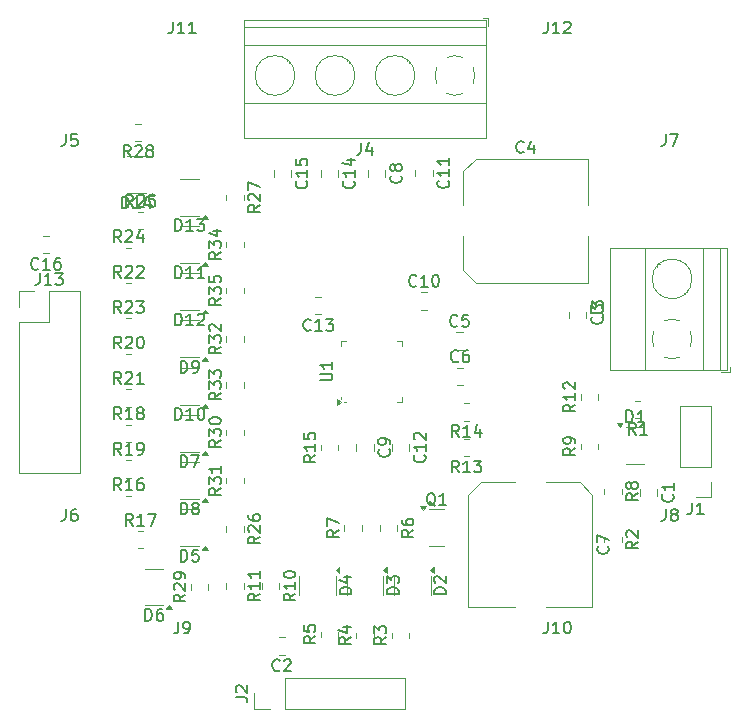
<source format=gbr>
%TF.GenerationSoftware,KiCad,Pcbnew,8.0.1*%
%TF.CreationDate,2024-04-05T15:31:18-07:00*%
%TF.ProjectId,TMC2240Breakout,544d4332-3234-4304-9272-65616b6f7574,rev?*%
%TF.SameCoordinates,Original*%
%TF.FileFunction,Legend,Top*%
%TF.FilePolarity,Positive*%
%FSLAX46Y46*%
G04 Gerber Fmt 4.6, Leading zero omitted, Abs format (unit mm)*
G04 Created by KiCad (PCBNEW 8.0.1) date 2024-04-05 15:31:18*
%MOMM*%
%LPD*%
G01*
G04 APERTURE LIST*
%ADD10C,0.150000*%
%ADD11C,0.120000*%
G04 APERTURE END LIST*
D10*
X97460476Y-127424819D02*
X97460476Y-128139104D01*
X97460476Y-128139104D02*
X97412857Y-128281961D01*
X97412857Y-128281961D02*
X97317619Y-128377200D01*
X97317619Y-128377200D02*
X97174762Y-128424819D01*
X97174762Y-128424819D02*
X97079524Y-128424819D01*
X98460476Y-128424819D02*
X97889048Y-128424819D01*
X98174762Y-128424819D02*
X98174762Y-127424819D01*
X98174762Y-127424819D02*
X98079524Y-127567676D01*
X98079524Y-127567676D02*
X97984286Y-127662914D01*
X97984286Y-127662914D02*
X97889048Y-127710533D01*
X98793810Y-127424819D02*
X99412857Y-127424819D01*
X99412857Y-127424819D02*
X99079524Y-127805771D01*
X99079524Y-127805771D02*
X99222381Y-127805771D01*
X99222381Y-127805771D02*
X99317619Y-127853390D01*
X99317619Y-127853390D02*
X99365238Y-127901009D01*
X99365238Y-127901009D02*
X99412857Y-127996247D01*
X99412857Y-127996247D02*
X99412857Y-128234342D01*
X99412857Y-128234342D02*
X99365238Y-128329580D01*
X99365238Y-128329580D02*
X99317619Y-128377200D01*
X99317619Y-128377200D02*
X99222381Y-128424819D01*
X99222381Y-128424819D02*
X98936667Y-128424819D01*
X98936667Y-128424819D02*
X98841429Y-128377200D01*
X98841429Y-128377200D02*
X98793810Y-128329580D01*
X145039580Y-131116666D02*
X145087200Y-131164285D01*
X145087200Y-131164285D02*
X145134819Y-131307142D01*
X145134819Y-131307142D02*
X145134819Y-131402380D01*
X145134819Y-131402380D02*
X145087200Y-131545237D01*
X145087200Y-131545237D02*
X144991961Y-131640475D01*
X144991961Y-131640475D02*
X144896723Y-131688094D01*
X144896723Y-131688094D02*
X144706247Y-131735713D01*
X144706247Y-131735713D02*
X144563390Y-131735713D01*
X144563390Y-131735713D02*
X144372914Y-131688094D01*
X144372914Y-131688094D02*
X144277676Y-131640475D01*
X144277676Y-131640475D02*
X144182438Y-131545237D01*
X144182438Y-131545237D02*
X144134819Y-131402380D01*
X144134819Y-131402380D02*
X144134819Y-131307142D01*
X144134819Y-131307142D02*
X144182438Y-131164285D01*
X144182438Y-131164285D02*
X144230057Y-131116666D01*
X144134819Y-130783332D02*
X144134819Y-130164285D01*
X144134819Y-130164285D02*
X144515771Y-130497618D01*
X144515771Y-130497618D02*
X144515771Y-130354761D01*
X144515771Y-130354761D02*
X144563390Y-130259523D01*
X144563390Y-130259523D02*
X144611009Y-130211904D01*
X144611009Y-130211904D02*
X144706247Y-130164285D01*
X144706247Y-130164285D02*
X144944342Y-130164285D01*
X144944342Y-130164285D02*
X145039580Y-130211904D01*
X145039580Y-130211904D02*
X145087200Y-130259523D01*
X145087200Y-130259523D02*
X145134819Y-130354761D01*
X145134819Y-130354761D02*
X145134819Y-130640475D01*
X145134819Y-130640475D02*
X145087200Y-130735713D01*
X145087200Y-130735713D02*
X145039580Y-130783332D01*
X122804819Y-149179166D02*
X122328628Y-149512499D01*
X122804819Y-149750594D02*
X121804819Y-149750594D01*
X121804819Y-149750594D02*
X121804819Y-149369642D01*
X121804819Y-149369642D02*
X121852438Y-149274404D01*
X121852438Y-149274404D02*
X121900057Y-149226785D01*
X121900057Y-149226785D02*
X121995295Y-149179166D01*
X121995295Y-149179166D02*
X122138152Y-149179166D01*
X122138152Y-149179166D02*
X122233390Y-149226785D01*
X122233390Y-149226785D02*
X122281009Y-149274404D01*
X122281009Y-149274404D02*
X122328628Y-149369642D01*
X122328628Y-149369642D02*
X122328628Y-149750594D01*
X121804819Y-148845832D02*
X121804819Y-148179166D01*
X121804819Y-148179166D02*
X122804819Y-148607737D01*
X127854819Y-154600594D02*
X126854819Y-154600594D01*
X126854819Y-154600594D02*
X126854819Y-154362499D01*
X126854819Y-154362499D02*
X126902438Y-154219642D01*
X126902438Y-154219642D02*
X126997676Y-154124404D01*
X126997676Y-154124404D02*
X127092914Y-154076785D01*
X127092914Y-154076785D02*
X127283390Y-154029166D01*
X127283390Y-154029166D02*
X127426247Y-154029166D01*
X127426247Y-154029166D02*
X127616723Y-154076785D01*
X127616723Y-154076785D02*
X127711961Y-154124404D01*
X127711961Y-154124404D02*
X127807200Y-154219642D01*
X127807200Y-154219642D02*
X127854819Y-154362499D01*
X127854819Y-154362499D02*
X127854819Y-154600594D01*
X126854819Y-153695832D02*
X126854819Y-153076785D01*
X126854819Y-153076785D02*
X127235771Y-153410118D01*
X127235771Y-153410118D02*
X127235771Y-153267261D01*
X127235771Y-153267261D02*
X127283390Y-153172023D01*
X127283390Y-153172023D02*
X127331009Y-153124404D01*
X127331009Y-153124404D02*
X127426247Y-153076785D01*
X127426247Y-153076785D02*
X127664342Y-153076785D01*
X127664342Y-153076785D02*
X127759580Y-153124404D01*
X127759580Y-153124404D02*
X127807200Y-153172023D01*
X127807200Y-153172023D02*
X127854819Y-153267261D01*
X127854819Y-153267261D02*
X127854819Y-153552975D01*
X127854819Y-153552975D02*
X127807200Y-153648213D01*
X127807200Y-153648213D02*
X127759580Y-153695832D01*
X128039580Y-119166666D02*
X128087200Y-119214285D01*
X128087200Y-119214285D02*
X128134819Y-119357142D01*
X128134819Y-119357142D02*
X128134819Y-119452380D01*
X128134819Y-119452380D02*
X128087200Y-119595237D01*
X128087200Y-119595237D02*
X127991961Y-119690475D01*
X127991961Y-119690475D02*
X127896723Y-119738094D01*
X127896723Y-119738094D02*
X127706247Y-119785713D01*
X127706247Y-119785713D02*
X127563390Y-119785713D01*
X127563390Y-119785713D02*
X127372914Y-119738094D01*
X127372914Y-119738094D02*
X127277676Y-119690475D01*
X127277676Y-119690475D02*
X127182438Y-119595237D01*
X127182438Y-119595237D02*
X127134819Y-119452380D01*
X127134819Y-119452380D02*
X127134819Y-119357142D01*
X127134819Y-119357142D02*
X127182438Y-119214285D01*
X127182438Y-119214285D02*
X127230057Y-119166666D01*
X127563390Y-118595237D02*
X127515771Y-118690475D01*
X127515771Y-118690475D02*
X127468152Y-118738094D01*
X127468152Y-118738094D02*
X127372914Y-118785713D01*
X127372914Y-118785713D02*
X127325295Y-118785713D01*
X127325295Y-118785713D02*
X127230057Y-118738094D01*
X127230057Y-118738094D02*
X127182438Y-118690475D01*
X127182438Y-118690475D02*
X127134819Y-118595237D01*
X127134819Y-118595237D02*
X127134819Y-118404761D01*
X127134819Y-118404761D02*
X127182438Y-118309523D01*
X127182438Y-118309523D02*
X127230057Y-118261904D01*
X127230057Y-118261904D02*
X127325295Y-118214285D01*
X127325295Y-118214285D02*
X127372914Y-118214285D01*
X127372914Y-118214285D02*
X127468152Y-118261904D01*
X127468152Y-118261904D02*
X127515771Y-118309523D01*
X127515771Y-118309523D02*
X127563390Y-118404761D01*
X127563390Y-118404761D02*
X127563390Y-118595237D01*
X127563390Y-118595237D02*
X127611009Y-118690475D01*
X127611009Y-118690475D02*
X127658628Y-118738094D01*
X127658628Y-118738094D02*
X127753866Y-118785713D01*
X127753866Y-118785713D02*
X127944342Y-118785713D01*
X127944342Y-118785713D02*
X128039580Y-118738094D01*
X128039580Y-118738094D02*
X128087200Y-118690475D01*
X128087200Y-118690475D02*
X128134819Y-118595237D01*
X128134819Y-118595237D02*
X128134819Y-118404761D01*
X128134819Y-118404761D02*
X128087200Y-118309523D01*
X128087200Y-118309523D02*
X128039580Y-118261904D01*
X128039580Y-118261904D02*
X127944342Y-118214285D01*
X127944342Y-118214285D02*
X127753866Y-118214285D01*
X127753866Y-118214285D02*
X127658628Y-118261904D01*
X127658628Y-118261904D02*
X127611009Y-118309523D01*
X127611009Y-118309523D02*
X127563390Y-118404761D01*
X104357142Y-133804819D02*
X104023809Y-133328628D01*
X103785714Y-133804819D02*
X103785714Y-132804819D01*
X103785714Y-132804819D02*
X104166666Y-132804819D01*
X104166666Y-132804819D02*
X104261904Y-132852438D01*
X104261904Y-132852438D02*
X104309523Y-132900057D01*
X104309523Y-132900057D02*
X104357142Y-132995295D01*
X104357142Y-132995295D02*
X104357142Y-133138152D01*
X104357142Y-133138152D02*
X104309523Y-133233390D01*
X104309523Y-133233390D02*
X104261904Y-133281009D01*
X104261904Y-133281009D02*
X104166666Y-133328628D01*
X104166666Y-133328628D02*
X103785714Y-133328628D01*
X104738095Y-132900057D02*
X104785714Y-132852438D01*
X104785714Y-132852438D02*
X104880952Y-132804819D01*
X104880952Y-132804819D02*
X105119047Y-132804819D01*
X105119047Y-132804819D02*
X105214285Y-132852438D01*
X105214285Y-132852438D02*
X105261904Y-132900057D01*
X105261904Y-132900057D02*
X105309523Y-132995295D01*
X105309523Y-132995295D02*
X105309523Y-133090533D01*
X105309523Y-133090533D02*
X105261904Y-133233390D01*
X105261904Y-133233390D02*
X104690476Y-133804819D01*
X104690476Y-133804819D02*
X105309523Y-133804819D01*
X105928571Y-132804819D02*
X106023809Y-132804819D01*
X106023809Y-132804819D02*
X106119047Y-132852438D01*
X106119047Y-132852438D02*
X106166666Y-132900057D01*
X106166666Y-132900057D02*
X106214285Y-132995295D01*
X106214285Y-132995295D02*
X106261904Y-133185771D01*
X106261904Y-133185771D02*
X106261904Y-133423866D01*
X106261904Y-133423866D02*
X106214285Y-133614342D01*
X106214285Y-133614342D02*
X106166666Y-133709580D01*
X106166666Y-133709580D02*
X106119047Y-133757200D01*
X106119047Y-133757200D02*
X106023809Y-133804819D01*
X106023809Y-133804819D02*
X105928571Y-133804819D01*
X105928571Y-133804819D02*
X105833333Y-133757200D01*
X105833333Y-133757200D02*
X105785714Y-133709580D01*
X105785714Y-133709580D02*
X105738095Y-133614342D01*
X105738095Y-133614342D02*
X105690476Y-133423866D01*
X105690476Y-133423866D02*
X105690476Y-133185771D01*
X105690476Y-133185771D02*
X105738095Y-132995295D01*
X105738095Y-132995295D02*
X105785714Y-132900057D01*
X105785714Y-132900057D02*
X105833333Y-132852438D01*
X105833333Y-132852438D02*
X105928571Y-132804819D01*
X119104819Y-154555357D02*
X118628628Y-154888690D01*
X119104819Y-155126785D02*
X118104819Y-155126785D01*
X118104819Y-155126785D02*
X118104819Y-154745833D01*
X118104819Y-154745833D02*
X118152438Y-154650595D01*
X118152438Y-154650595D02*
X118200057Y-154602976D01*
X118200057Y-154602976D02*
X118295295Y-154555357D01*
X118295295Y-154555357D02*
X118438152Y-154555357D01*
X118438152Y-154555357D02*
X118533390Y-154602976D01*
X118533390Y-154602976D02*
X118581009Y-154650595D01*
X118581009Y-154650595D02*
X118628628Y-154745833D01*
X118628628Y-154745833D02*
X118628628Y-155126785D01*
X119104819Y-153602976D02*
X119104819Y-154174404D01*
X119104819Y-153888690D02*
X118104819Y-153888690D01*
X118104819Y-153888690D02*
X118247676Y-153983928D01*
X118247676Y-153983928D02*
X118342914Y-154079166D01*
X118342914Y-154079166D02*
X118390533Y-154174404D01*
X118104819Y-152983928D02*
X118104819Y-152888690D01*
X118104819Y-152888690D02*
X118152438Y-152793452D01*
X118152438Y-152793452D02*
X118200057Y-152745833D01*
X118200057Y-152745833D02*
X118295295Y-152698214D01*
X118295295Y-152698214D02*
X118485771Y-152650595D01*
X118485771Y-152650595D02*
X118723866Y-152650595D01*
X118723866Y-152650595D02*
X118914342Y-152698214D01*
X118914342Y-152698214D02*
X119009580Y-152745833D01*
X119009580Y-152745833D02*
X119057200Y-152793452D01*
X119057200Y-152793452D02*
X119104819Y-152888690D01*
X119104819Y-152888690D02*
X119104819Y-152983928D01*
X119104819Y-152983928D02*
X119057200Y-153079166D01*
X119057200Y-153079166D02*
X119009580Y-153126785D01*
X119009580Y-153126785D02*
X118914342Y-153174404D01*
X118914342Y-153174404D02*
X118723866Y-153222023D01*
X118723866Y-153222023D02*
X118485771Y-153222023D01*
X118485771Y-153222023D02*
X118295295Y-153174404D01*
X118295295Y-153174404D02*
X118200057Y-153126785D01*
X118200057Y-153126785D02*
X118152438Y-153079166D01*
X118152438Y-153079166D02*
X118104819Y-152983928D01*
X116104819Y-121642857D02*
X115628628Y-121976190D01*
X116104819Y-122214285D02*
X115104819Y-122214285D01*
X115104819Y-122214285D02*
X115104819Y-121833333D01*
X115104819Y-121833333D02*
X115152438Y-121738095D01*
X115152438Y-121738095D02*
X115200057Y-121690476D01*
X115200057Y-121690476D02*
X115295295Y-121642857D01*
X115295295Y-121642857D02*
X115438152Y-121642857D01*
X115438152Y-121642857D02*
X115533390Y-121690476D01*
X115533390Y-121690476D02*
X115581009Y-121738095D01*
X115581009Y-121738095D02*
X115628628Y-121833333D01*
X115628628Y-121833333D02*
X115628628Y-122214285D01*
X115200057Y-121261904D02*
X115152438Y-121214285D01*
X115152438Y-121214285D02*
X115104819Y-121119047D01*
X115104819Y-121119047D02*
X115104819Y-120880952D01*
X115104819Y-120880952D02*
X115152438Y-120785714D01*
X115152438Y-120785714D02*
X115200057Y-120738095D01*
X115200057Y-120738095D02*
X115295295Y-120690476D01*
X115295295Y-120690476D02*
X115390533Y-120690476D01*
X115390533Y-120690476D02*
X115533390Y-120738095D01*
X115533390Y-120738095D02*
X116104819Y-121309523D01*
X116104819Y-121309523D02*
X116104819Y-120690476D01*
X115104819Y-120357142D02*
X115104819Y-119690476D01*
X115104819Y-119690476D02*
X116104819Y-120119047D01*
X129104819Y-149166666D02*
X128628628Y-149499999D01*
X129104819Y-149738094D02*
X128104819Y-149738094D01*
X128104819Y-149738094D02*
X128104819Y-149357142D01*
X128104819Y-149357142D02*
X128152438Y-149261904D01*
X128152438Y-149261904D02*
X128200057Y-149214285D01*
X128200057Y-149214285D02*
X128295295Y-149166666D01*
X128295295Y-149166666D02*
X128438152Y-149166666D01*
X128438152Y-149166666D02*
X128533390Y-149214285D01*
X128533390Y-149214285D02*
X128581009Y-149261904D01*
X128581009Y-149261904D02*
X128628628Y-149357142D01*
X128628628Y-149357142D02*
X128628628Y-149738094D01*
X128104819Y-148309523D02*
X128104819Y-148499999D01*
X128104819Y-148499999D02*
X128152438Y-148595237D01*
X128152438Y-148595237D02*
X128200057Y-148642856D01*
X128200057Y-148642856D02*
X128342914Y-148738094D01*
X128342914Y-148738094D02*
X128533390Y-148785713D01*
X128533390Y-148785713D02*
X128914342Y-148785713D01*
X128914342Y-148785713D02*
X129009580Y-148738094D01*
X129009580Y-148738094D02*
X129057200Y-148690475D01*
X129057200Y-148690475D02*
X129104819Y-148595237D01*
X129104819Y-148595237D02*
X129104819Y-148404761D01*
X129104819Y-148404761D02*
X129057200Y-148309523D01*
X129057200Y-148309523D02*
X129009580Y-148261904D01*
X129009580Y-148261904D02*
X128914342Y-148214285D01*
X128914342Y-148214285D02*
X128676247Y-148214285D01*
X128676247Y-148214285D02*
X128581009Y-148261904D01*
X128581009Y-148261904D02*
X128533390Y-148309523D01*
X128533390Y-148309523D02*
X128485771Y-148404761D01*
X128485771Y-148404761D02*
X128485771Y-148595237D01*
X128485771Y-148595237D02*
X128533390Y-148690475D01*
X128533390Y-148690475D02*
X128581009Y-148738094D01*
X128581009Y-148738094D02*
X128676247Y-148785713D01*
X121217319Y-136511904D02*
X122026842Y-136511904D01*
X122026842Y-136511904D02*
X122122080Y-136464285D01*
X122122080Y-136464285D02*
X122169700Y-136416666D01*
X122169700Y-136416666D02*
X122217319Y-136321428D01*
X122217319Y-136321428D02*
X122217319Y-136130952D01*
X122217319Y-136130952D02*
X122169700Y-136035714D01*
X122169700Y-136035714D02*
X122122080Y-135988095D01*
X122122080Y-135988095D02*
X122026842Y-135940476D01*
X122026842Y-135940476D02*
X121217319Y-135940476D01*
X122217319Y-134940476D02*
X122217319Y-135511904D01*
X122217319Y-135226190D02*
X121217319Y-135226190D01*
X121217319Y-135226190D02*
X121360176Y-135321428D01*
X121360176Y-135321428D02*
X121455414Y-135416666D01*
X121455414Y-135416666D02*
X121503033Y-135511904D01*
X140465476Y-156929819D02*
X140465476Y-157644104D01*
X140465476Y-157644104D02*
X140417857Y-157786961D01*
X140417857Y-157786961D02*
X140322619Y-157882200D01*
X140322619Y-157882200D02*
X140179762Y-157929819D01*
X140179762Y-157929819D02*
X140084524Y-157929819D01*
X141465476Y-157929819D02*
X140894048Y-157929819D01*
X141179762Y-157929819D02*
X141179762Y-156929819D01*
X141179762Y-156929819D02*
X141084524Y-157072676D01*
X141084524Y-157072676D02*
X140989286Y-157167914D01*
X140989286Y-157167914D02*
X140894048Y-157215533D01*
X142084524Y-156929819D02*
X142179762Y-156929819D01*
X142179762Y-156929819D02*
X142275000Y-156977438D01*
X142275000Y-156977438D02*
X142322619Y-157025057D01*
X142322619Y-157025057D02*
X142370238Y-157120295D01*
X142370238Y-157120295D02*
X142417857Y-157310771D01*
X142417857Y-157310771D02*
X142417857Y-157548866D01*
X142417857Y-157548866D02*
X142370238Y-157739342D01*
X142370238Y-157739342D02*
X142322619Y-157834580D01*
X142322619Y-157834580D02*
X142275000Y-157882200D01*
X142275000Y-157882200D02*
X142179762Y-157929819D01*
X142179762Y-157929819D02*
X142084524Y-157929819D01*
X142084524Y-157929819D02*
X141989286Y-157882200D01*
X141989286Y-157882200D02*
X141941667Y-157834580D01*
X141941667Y-157834580D02*
X141894048Y-157739342D01*
X141894048Y-157739342D02*
X141846429Y-157548866D01*
X141846429Y-157548866D02*
X141846429Y-157310771D01*
X141846429Y-157310771D02*
X141894048Y-157120295D01*
X141894048Y-157120295D02*
X141941667Y-157025057D01*
X141941667Y-157025057D02*
X141989286Y-156977438D01*
X141989286Y-156977438D02*
X142084524Y-156929819D01*
X99666666Y-115654819D02*
X99666666Y-116369104D01*
X99666666Y-116369104D02*
X99619047Y-116511961D01*
X99619047Y-116511961D02*
X99523809Y-116607200D01*
X99523809Y-116607200D02*
X99380952Y-116654819D01*
X99380952Y-116654819D02*
X99285714Y-116654819D01*
X100619047Y-115654819D02*
X100142857Y-115654819D01*
X100142857Y-115654819D02*
X100095238Y-116131009D01*
X100095238Y-116131009D02*
X100142857Y-116083390D01*
X100142857Y-116083390D02*
X100238095Y-116035771D01*
X100238095Y-116035771D02*
X100476190Y-116035771D01*
X100476190Y-116035771D02*
X100571428Y-116083390D01*
X100571428Y-116083390D02*
X100619047Y-116131009D01*
X100619047Y-116131009D02*
X100666666Y-116226247D01*
X100666666Y-116226247D02*
X100666666Y-116464342D01*
X100666666Y-116464342D02*
X100619047Y-116559580D01*
X100619047Y-116559580D02*
X100571428Y-116607200D01*
X100571428Y-116607200D02*
X100476190Y-116654819D01*
X100476190Y-116654819D02*
X100238095Y-116654819D01*
X100238095Y-116654819D02*
X100142857Y-116607200D01*
X100142857Y-116607200D02*
X100095238Y-116559580D01*
X130039580Y-142830357D02*
X130087200Y-142877976D01*
X130087200Y-142877976D02*
X130134819Y-143020833D01*
X130134819Y-143020833D02*
X130134819Y-143116071D01*
X130134819Y-143116071D02*
X130087200Y-143258928D01*
X130087200Y-143258928D02*
X129991961Y-143354166D01*
X129991961Y-143354166D02*
X129896723Y-143401785D01*
X129896723Y-143401785D02*
X129706247Y-143449404D01*
X129706247Y-143449404D02*
X129563390Y-143449404D01*
X129563390Y-143449404D02*
X129372914Y-143401785D01*
X129372914Y-143401785D02*
X129277676Y-143354166D01*
X129277676Y-143354166D02*
X129182438Y-143258928D01*
X129182438Y-143258928D02*
X129134819Y-143116071D01*
X129134819Y-143116071D02*
X129134819Y-143020833D01*
X129134819Y-143020833D02*
X129182438Y-142877976D01*
X129182438Y-142877976D02*
X129230057Y-142830357D01*
X130134819Y-141877976D02*
X130134819Y-142449404D01*
X130134819Y-142163690D02*
X129134819Y-142163690D01*
X129134819Y-142163690D02*
X129277676Y-142258928D01*
X129277676Y-142258928D02*
X129372914Y-142354166D01*
X129372914Y-142354166D02*
X129420533Y-142449404D01*
X129230057Y-141497023D02*
X129182438Y-141449404D01*
X129182438Y-141449404D02*
X129134819Y-141354166D01*
X129134819Y-141354166D02*
X129134819Y-141116071D01*
X129134819Y-141116071D02*
X129182438Y-141020833D01*
X129182438Y-141020833D02*
X129230057Y-140973214D01*
X129230057Y-140973214D02*
X129325295Y-140925595D01*
X129325295Y-140925595D02*
X129420533Y-140925595D01*
X129420533Y-140925595D02*
X129563390Y-140973214D01*
X129563390Y-140973214D02*
X130134819Y-141544642D01*
X130134819Y-141544642D02*
X130134819Y-140925595D01*
X148104819Y-150166666D02*
X147628628Y-150499999D01*
X148104819Y-150738094D02*
X147104819Y-150738094D01*
X147104819Y-150738094D02*
X147104819Y-150357142D01*
X147104819Y-150357142D02*
X147152438Y-150261904D01*
X147152438Y-150261904D02*
X147200057Y-150214285D01*
X147200057Y-150214285D02*
X147295295Y-150166666D01*
X147295295Y-150166666D02*
X147438152Y-150166666D01*
X147438152Y-150166666D02*
X147533390Y-150214285D01*
X147533390Y-150214285D02*
X147581009Y-150261904D01*
X147581009Y-150261904D02*
X147628628Y-150357142D01*
X147628628Y-150357142D02*
X147628628Y-150738094D01*
X147200057Y-149785713D02*
X147152438Y-149738094D01*
X147152438Y-149738094D02*
X147104819Y-149642856D01*
X147104819Y-149642856D02*
X147104819Y-149404761D01*
X147104819Y-149404761D02*
X147152438Y-149309523D01*
X147152438Y-149309523D02*
X147200057Y-149261904D01*
X147200057Y-149261904D02*
X147295295Y-149214285D01*
X147295295Y-149214285D02*
X147390533Y-149214285D01*
X147390533Y-149214285D02*
X147533390Y-149261904D01*
X147533390Y-149261904D02*
X148104819Y-149833332D01*
X148104819Y-149833332D02*
X148104819Y-149214285D01*
X129357142Y-128479580D02*
X129309523Y-128527200D01*
X129309523Y-128527200D02*
X129166666Y-128574819D01*
X129166666Y-128574819D02*
X129071428Y-128574819D01*
X129071428Y-128574819D02*
X128928571Y-128527200D01*
X128928571Y-128527200D02*
X128833333Y-128431961D01*
X128833333Y-128431961D02*
X128785714Y-128336723D01*
X128785714Y-128336723D02*
X128738095Y-128146247D01*
X128738095Y-128146247D02*
X128738095Y-128003390D01*
X128738095Y-128003390D02*
X128785714Y-127812914D01*
X128785714Y-127812914D02*
X128833333Y-127717676D01*
X128833333Y-127717676D02*
X128928571Y-127622438D01*
X128928571Y-127622438D02*
X129071428Y-127574819D01*
X129071428Y-127574819D02*
X129166666Y-127574819D01*
X129166666Y-127574819D02*
X129309523Y-127622438D01*
X129309523Y-127622438D02*
X129357142Y-127670057D01*
X130309523Y-128574819D02*
X129738095Y-128574819D01*
X130023809Y-128574819D02*
X130023809Y-127574819D01*
X130023809Y-127574819D02*
X129928571Y-127717676D01*
X129928571Y-127717676D02*
X129833333Y-127812914D01*
X129833333Y-127812914D02*
X129738095Y-127860533D01*
X130928571Y-127574819D02*
X131023809Y-127574819D01*
X131023809Y-127574819D02*
X131119047Y-127622438D01*
X131119047Y-127622438D02*
X131166666Y-127670057D01*
X131166666Y-127670057D02*
X131214285Y-127765295D01*
X131214285Y-127765295D02*
X131261904Y-127955771D01*
X131261904Y-127955771D02*
X131261904Y-128193866D01*
X131261904Y-128193866D02*
X131214285Y-128384342D01*
X131214285Y-128384342D02*
X131166666Y-128479580D01*
X131166666Y-128479580D02*
X131119047Y-128527200D01*
X131119047Y-128527200D02*
X131023809Y-128574819D01*
X131023809Y-128574819D02*
X130928571Y-128574819D01*
X130928571Y-128574819D02*
X130833333Y-128527200D01*
X130833333Y-128527200D02*
X130785714Y-128479580D01*
X130785714Y-128479580D02*
X130738095Y-128384342D01*
X130738095Y-128384342D02*
X130690476Y-128193866D01*
X130690476Y-128193866D02*
X130690476Y-127955771D01*
X130690476Y-127955771D02*
X130738095Y-127765295D01*
X130738095Y-127765295D02*
X130785714Y-127670057D01*
X130785714Y-127670057D02*
X130833333Y-127622438D01*
X130833333Y-127622438D02*
X130928571Y-127574819D01*
X138433333Y-117159580D02*
X138385714Y-117207200D01*
X138385714Y-117207200D02*
X138242857Y-117254819D01*
X138242857Y-117254819D02*
X138147619Y-117254819D01*
X138147619Y-117254819D02*
X138004762Y-117207200D01*
X138004762Y-117207200D02*
X137909524Y-117111961D01*
X137909524Y-117111961D02*
X137861905Y-117016723D01*
X137861905Y-117016723D02*
X137814286Y-116826247D01*
X137814286Y-116826247D02*
X137814286Y-116683390D01*
X137814286Y-116683390D02*
X137861905Y-116492914D01*
X137861905Y-116492914D02*
X137909524Y-116397676D01*
X137909524Y-116397676D02*
X138004762Y-116302438D01*
X138004762Y-116302438D02*
X138147619Y-116254819D01*
X138147619Y-116254819D02*
X138242857Y-116254819D01*
X138242857Y-116254819D02*
X138385714Y-116302438D01*
X138385714Y-116302438D02*
X138433333Y-116350057D01*
X139290476Y-116588152D02*
X139290476Y-117254819D01*
X139052381Y-116207200D02*
X138814286Y-116921485D01*
X138814286Y-116921485D02*
X139433333Y-116921485D01*
X142804819Y-138555357D02*
X142328628Y-138888690D01*
X142804819Y-139126785D02*
X141804819Y-139126785D01*
X141804819Y-139126785D02*
X141804819Y-138745833D01*
X141804819Y-138745833D02*
X141852438Y-138650595D01*
X141852438Y-138650595D02*
X141900057Y-138602976D01*
X141900057Y-138602976D02*
X141995295Y-138555357D01*
X141995295Y-138555357D02*
X142138152Y-138555357D01*
X142138152Y-138555357D02*
X142233390Y-138602976D01*
X142233390Y-138602976D02*
X142281009Y-138650595D01*
X142281009Y-138650595D02*
X142328628Y-138745833D01*
X142328628Y-138745833D02*
X142328628Y-139126785D01*
X142804819Y-137602976D02*
X142804819Y-138174404D01*
X142804819Y-137888690D02*
X141804819Y-137888690D01*
X141804819Y-137888690D02*
X141947676Y-137983928D01*
X141947676Y-137983928D02*
X142042914Y-138079166D01*
X142042914Y-138079166D02*
X142090533Y-138174404D01*
X141900057Y-137222023D02*
X141852438Y-137174404D01*
X141852438Y-137174404D02*
X141804819Y-137079166D01*
X141804819Y-137079166D02*
X141804819Y-136841071D01*
X141804819Y-136841071D02*
X141852438Y-136745833D01*
X141852438Y-136745833D02*
X141900057Y-136698214D01*
X141900057Y-136698214D02*
X141995295Y-136650595D01*
X141995295Y-136650595D02*
X142090533Y-136650595D01*
X142090533Y-136650595D02*
X142233390Y-136698214D01*
X142233390Y-136698214D02*
X142804819Y-137269642D01*
X142804819Y-137269642D02*
X142804819Y-136650595D01*
X104357142Y-124804819D02*
X104023809Y-124328628D01*
X103785714Y-124804819D02*
X103785714Y-123804819D01*
X103785714Y-123804819D02*
X104166666Y-123804819D01*
X104166666Y-123804819D02*
X104261904Y-123852438D01*
X104261904Y-123852438D02*
X104309523Y-123900057D01*
X104309523Y-123900057D02*
X104357142Y-123995295D01*
X104357142Y-123995295D02*
X104357142Y-124138152D01*
X104357142Y-124138152D02*
X104309523Y-124233390D01*
X104309523Y-124233390D02*
X104261904Y-124281009D01*
X104261904Y-124281009D02*
X104166666Y-124328628D01*
X104166666Y-124328628D02*
X103785714Y-124328628D01*
X104738095Y-123900057D02*
X104785714Y-123852438D01*
X104785714Y-123852438D02*
X104880952Y-123804819D01*
X104880952Y-123804819D02*
X105119047Y-123804819D01*
X105119047Y-123804819D02*
X105214285Y-123852438D01*
X105214285Y-123852438D02*
X105261904Y-123900057D01*
X105261904Y-123900057D02*
X105309523Y-123995295D01*
X105309523Y-123995295D02*
X105309523Y-124090533D01*
X105309523Y-124090533D02*
X105261904Y-124233390D01*
X105261904Y-124233390D02*
X104690476Y-124804819D01*
X104690476Y-124804819D02*
X105309523Y-124804819D01*
X106166666Y-124138152D02*
X106166666Y-124804819D01*
X105928571Y-123757200D02*
X105690476Y-124471485D01*
X105690476Y-124471485D02*
X106309523Y-124471485D01*
X104357142Y-127804819D02*
X104023809Y-127328628D01*
X103785714Y-127804819D02*
X103785714Y-126804819D01*
X103785714Y-126804819D02*
X104166666Y-126804819D01*
X104166666Y-126804819D02*
X104261904Y-126852438D01*
X104261904Y-126852438D02*
X104309523Y-126900057D01*
X104309523Y-126900057D02*
X104357142Y-126995295D01*
X104357142Y-126995295D02*
X104357142Y-127138152D01*
X104357142Y-127138152D02*
X104309523Y-127233390D01*
X104309523Y-127233390D02*
X104261904Y-127281009D01*
X104261904Y-127281009D02*
X104166666Y-127328628D01*
X104166666Y-127328628D02*
X103785714Y-127328628D01*
X104738095Y-126900057D02*
X104785714Y-126852438D01*
X104785714Y-126852438D02*
X104880952Y-126804819D01*
X104880952Y-126804819D02*
X105119047Y-126804819D01*
X105119047Y-126804819D02*
X105214285Y-126852438D01*
X105214285Y-126852438D02*
X105261904Y-126900057D01*
X105261904Y-126900057D02*
X105309523Y-126995295D01*
X105309523Y-126995295D02*
X105309523Y-127090533D01*
X105309523Y-127090533D02*
X105261904Y-127233390D01*
X105261904Y-127233390D02*
X104690476Y-127804819D01*
X104690476Y-127804819D02*
X105309523Y-127804819D01*
X105690476Y-126900057D02*
X105738095Y-126852438D01*
X105738095Y-126852438D02*
X105833333Y-126804819D01*
X105833333Y-126804819D02*
X106071428Y-126804819D01*
X106071428Y-126804819D02*
X106166666Y-126852438D01*
X106166666Y-126852438D02*
X106214285Y-126900057D01*
X106214285Y-126900057D02*
X106261904Y-126995295D01*
X106261904Y-126995295D02*
X106261904Y-127090533D01*
X106261904Y-127090533D02*
X106214285Y-127233390D01*
X106214285Y-127233390D02*
X105642857Y-127804819D01*
X105642857Y-127804819D02*
X106261904Y-127804819D01*
X108923214Y-131854819D02*
X108923214Y-130854819D01*
X108923214Y-130854819D02*
X109161309Y-130854819D01*
X109161309Y-130854819D02*
X109304166Y-130902438D01*
X109304166Y-130902438D02*
X109399404Y-130997676D01*
X109399404Y-130997676D02*
X109447023Y-131092914D01*
X109447023Y-131092914D02*
X109494642Y-131283390D01*
X109494642Y-131283390D02*
X109494642Y-131426247D01*
X109494642Y-131426247D02*
X109447023Y-131616723D01*
X109447023Y-131616723D02*
X109399404Y-131711961D01*
X109399404Y-131711961D02*
X109304166Y-131807200D01*
X109304166Y-131807200D02*
X109161309Y-131854819D01*
X109161309Y-131854819D02*
X108923214Y-131854819D01*
X110447023Y-131854819D02*
X109875595Y-131854819D01*
X110161309Y-131854819D02*
X110161309Y-130854819D01*
X110161309Y-130854819D02*
X110066071Y-130997676D01*
X110066071Y-130997676D02*
X109970833Y-131092914D01*
X109970833Y-131092914D02*
X109875595Y-131140533D01*
X110827976Y-130950057D02*
X110875595Y-130902438D01*
X110875595Y-130902438D02*
X110970833Y-130854819D01*
X110970833Y-130854819D02*
X111208928Y-130854819D01*
X111208928Y-130854819D02*
X111304166Y-130902438D01*
X111304166Y-130902438D02*
X111351785Y-130950057D01*
X111351785Y-130950057D02*
X111399404Y-131045295D01*
X111399404Y-131045295D02*
X111399404Y-131140533D01*
X111399404Y-131140533D02*
X111351785Y-131283390D01*
X111351785Y-131283390D02*
X110780357Y-131854819D01*
X110780357Y-131854819D02*
X111399404Y-131854819D01*
X140465476Y-106129819D02*
X140465476Y-106844104D01*
X140465476Y-106844104D02*
X140417857Y-106986961D01*
X140417857Y-106986961D02*
X140322619Y-107082200D01*
X140322619Y-107082200D02*
X140179762Y-107129819D01*
X140179762Y-107129819D02*
X140084524Y-107129819D01*
X141465476Y-107129819D02*
X140894048Y-107129819D01*
X141179762Y-107129819D02*
X141179762Y-106129819D01*
X141179762Y-106129819D02*
X141084524Y-106272676D01*
X141084524Y-106272676D02*
X140989286Y-106367914D01*
X140989286Y-106367914D02*
X140894048Y-106415533D01*
X141846429Y-106225057D02*
X141894048Y-106177438D01*
X141894048Y-106177438D02*
X141989286Y-106129819D01*
X141989286Y-106129819D02*
X142227381Y-106129819D01*
X142227381Y-106129819D02*
X142322619Y-106177438D01*
X142322619Y-106177438D02*
X142370238Y-106225057D01*
X142370238Y-106225057D02*
X142417857Y-106320295D01*
X142417857Y-106320295D02*
X142417857Y-106415533D01*
X142417857Y-106415533D02*
X142370238Y-106558390D01*
X142370238Y-106558390D02*
X141798810Y-107129819D01*
X141798810Y-107129819D02*
X142417857Y-107129819D01*
X99666666Y-147404819D02*
X99666666Y-148119104D01*
X99666666Y-148119104D02*
X99619047Y-148261961D01*
X99619047Y-148261961D02*
X99523809Y-148357200D01*
X99523809Y-148357200D02*
X99380952Y-148404819D01*
X99380952Y-148404819D02*
X99285714Y-148404819D01*
X100571428Y-147404819D02*
X100380952Y-147404819D01*
X100380952Y-147404819D02*
X100285714Y-147452438D01*
X100285714Y-147452438D02*
X100238095Y-147500057D01*
X100238095Y-147500057D02*
X100142857Y-147642914D01*
X100142857Y-147642914D02*
X100095238Y-147833390D01*
X100095238Y-147833390D02*
X100095238Y-148214342D01*
X100095238Y-148214342D02*
X100142857Y-148309580D01*
X100142857Y-148309580D02*
X100190476Y-148357200D01*
X100190476Y-148357200D02*
X100285714Y-148404819D01*
X100285714Y-148404819D02*
X100476190Y-148404819D01*
X100476190Y-148404819D02*
X100571428Y-148357200D01*
X100571428Y-148357200D02*
X100619047Y-148309580D01*
X100619047Y-148309580D02*
X100666666Y-148214342D01*
X100666666Y-148214342D02*
X100666666Y-147976247D01*
X100666666Y-147976247D02*
X100619047Y-147881009D01*
X100619047Y-147881009D02*
X100571428Y-147833390D01*
X100571428Y-147833390D02*
X100476190Y-147785771D01*
X100476190Y-147785771D02*
X100285714Y-147785771D01*
X100285714Y-147785771D02*
X100190476Y-147833390D01*
X100190476Y-147833390D02*
X100142857Y-147881009D01*
X100142857Y-147881009D02*
X100095238Y-147976247D01*
X142804819Y-142254166D02*
X142328628Y-142587499D01*
X142804819Y-142825594D02*
X141804819Y-142825594D01*
X141804819Y-142825594D02*
X141804819Y-142444642D01*
X141804819Y-142444642D02*
X141852438Y-142349404D01*
X141852438Y-142349404D02*
X141900057Y-142301785D01*
X141900057Y-142301785D02*
X141995295Y-142254166D01*
X141995295Y-142254166D02*
X142138152Y-142254166D01*
X142138152Y-142254166D02*
X142233390Y-142301785D01*
X142233390Y-142301785D02*
X142281009Y-142349404D01*
X142281009Y-142349404D02*
X142328628Y-142444642D01*
X142328628Y-142444642D02*
X142328628Y-142825594D01*
X142804819Y-141777975D02*
X142804819Y-141587499D01*
X142804819Y-141587499D02*
X142757200Y-141492261D01*
X142757200Y-141492261D02*
X142709580Y-141444642D01*
X142709580Y-141444642D02*
X142566723Y-141349404D01*
X142566723Y-141349404D02*
X142376247Y-141301785D01*
X142376247Y-141301785D02*
X141995295Y-141301785D01*
X141995295Y-141301785D02*
X141900057Y-141349404D01*
X141900057Y-141349404D02*
X141852438Y-141397023D01*
X141852438Y-141397023D02*
X141804819Y-141492261D01*
X141804819Y-141492261D02*
X141804819Y-141682737D01*
X141804819Y-141682737D02*
X141852438Y-141777975D01*
X141852438Y-141777975D02*
X141900057Y-141825594D01*
X141900057Y-141825594D02*
X141995295Y-141873213D01*
X141995295Y-141873213D02*
X142233390Y-141873213D01*
X142233390Y-141873213D02*
X142328628Y-141825594D01*
X142328628Y-141825594D02*
X142376247Y-141777975D01*
X142376247Y-141777975D02*
X142423866Y-141682737D01*
X142423866Y-141682737D02*
X142423866Y-141492261D01*
X142423866Y-141492261D02*
X142376247Y-141397023D01*
X142376247Y-141397023D02*
X142328628Y-141349404D01*
X142328628Y-141349404D02*
X142233390Y-141301785D01*
X112804819Y-145642857D02*
X112328628Y-145976190D01*
X112804819Y-146214285D02*
X111804819Y-146214285D01*
X111804819Y-146214285D02*
X111804819Y-145833333D01*
X111804819Y-145833333D02*
X111852438Y-145738095D01*
X111852438Y-145738095D02*
X111900057Y-145690476D01*
X111900057Y-145690476D02*
X111995295Y-145642857D01*
X111995295Y-145642857D02*
X112138152Y-145642857D01*
X112138152Y-145642857D02*
X112233390Y-145690476D01*
X112233390Y-145690476D02*
X112281009Y-145738095D01*
X112281009Y-145738095D02*
X112328628Y-145833333D01*
X112328628Y-145833333D02*
X112328628Y-146214285D01*
X111804819Y-145309523D02*
X111804819Y-144690476D01*
X111804819Y-144690476D02*
X112185771Y-145023809D01*
X112185771Y-145023809D02*
X112185771Y-144880952D01*
X112185771Y-144880952D02*
X112233390Y-144785714D01*
X112233390Y-144785714D02*
X112281009Y-144738095D01*
X112281009Y-144738095D02*
X112376247Y-144690476D01*
X112376247Y-144690476D02*
X112614342Y-144690476D01*
X112614342Y-144690476D02*
X112709580Y-144738095D01*
X112709580Y-144738095D02*
X112757200Y-144785714D01*
X112757200Y-144785714D02*
X112804819Y-144880952D01*
X112804819Y-144880952D02*
X112804819Y-145166666D01*
X112804819Y-145166666D02*
X112757200Y-145261904D01*
X112757200Y-145261904D02*
X112709580Y-145309523D01*
X112804819Y-143738095D02*
X112804819Y-144309523D01*
X112804819Y-144023809D02*
X111804819Y-144023809D01*
X111804819Y-144023809D02*
X111947676Y-144119047D01*
X111947676Y-144119047D02*
X112042914Y-144214285D01*
X112042914Y-144214285D02*
X112090533Y-144309523D01*
X120407142Y-132227080D02*
X120359523Y-132274700D01*
X120359523Y-132274700D02*
X120216666Y-132322319D01*
X120216666Y-132322319D02*
X120121428Y-132322319D01*
X120121428Y-132322319D02*
X119978571Y-132274700D01*
X119978571Y-132274700D02*
X119883333Y-132179461D01*
X119883333Y-132179461D02*
X119835714Y-132084223D01*
X119835714Y-132084223D02*
X119788095Y-131893747D01*
X119788095Y-131893747D02*
X119788095Y-131750890D01*
X119788095Y-131750890D02*
X119835714Y-131560414D01*
X119835714Y-131560414D02*
X119883333Y-131465176D01*
X119883333Y-131465176D02*
X119978571Y-131369938D01*
X119978571Y-131369938D02*
X120121428Y-131322319D01*
X120121428Y-131322319D02*
X120216666Y-131322319D01*
X120216666Y-131322319D02*
X120359523Y-131369938D01*
X120359523Y-131369938D02*
X120407142Y-131417557D01*
X121359523Y-132322319D02*
X120788095Y-132322319D01*
X121073809Y-132322319D02*
X121073809Y-131322319D01*
X121073809Y-131322319D02*
X120978571Y-131465176D01*
X120978571Y-131465176D02*
X120883333Y-131560414D01*
X120883333Y-131560414D02*
X120788095Y-131608033D01*
X121692857Y-131322319D02*
X122311904Y-131322319D01*
X122311904Y-131322319D02*
X121978571Y-131703271D01*
X121978571Y-131703271D02*
X122121428Y-131703271D01*
X122121428Y-131703271D02*
X122216666Y-131750890D01*
X122216666Y-131750890D02*
X122264285Y-131798509D01*
X122264285Y-131798509D02*
X122311904Y-131893747D01*
X122311904Y-131893747D02*
X122311904Y-132131842D01*
X122311904Y-132131842D02*
X122264285Y-132227080D01*
X122264285Y-132227080D02*
X122216666Y-132274700D01*
X122216666Y-132274700D02*
X122121428Y-132322319D01*
X122121428Y-132322319D02*
X121835714Y-132322319D01*
X121835714Y-132322319D02*
X121740476Y-132274700D01*
X121740476Y-132274700D02*
X121692857Y-132227080D01*
X132039580Y-119592857D02*
X132087200Y-119640476D01*
X132087200Y-119640476D02*
X132134819Y-119783333D01*
X132134819Y-119783333D02*
X132134819Y-119878571D01*
X132134819Y-119878571D02*
X132087200Y-120021428D01*
X132087200Y-120021428D02*
X131991961Y-120116666D01*
X131991961Y-120116666D02*
X131896723Y-120164285D01*
X131896723Y-120164285D02*
X131706247Y-120211904D01*
X131706247Y-120211904D02*
X131563390Y-120211904D01*
X131563390Y-120211904D02*
X131372914Y-120164285D01*
X131372914Y-120164285D02*
X131277676Y-120116666D01*
X131277676Y-120116666D02*
X131182438Y-120021428D01*
X131182438Y-120021428D02*
X131134819Y-119878571D01*
X131134819Y-119878571D02*
X131134819Y-119783333D01*
X131134819Y-119783333D02*
X131182438Y-119640476D01*
X131182438Y-119640476D02*
X131230057Y-119592857D01*
X132134819Y-118640476D02*
X132134819Y-119211904D01*
X132134819Y-118926190D02*
X131134819Y-118926190D01*
X131134819Y-118926190D02*
X131277676Y-119021428D01*
X131277676Y-119021428D02*
X131372914Y-119116666D01*
X131372914Y-119116666D02*
X131420533Y-119211904D01*
X132134819Y-117688095D02*
X132134819Y-118259523D01*
X132134819Y-117973809D02*
X131134819Y-117973809D01*
X131134819Y-117973809D02*
X131277676Y-118069047D01*
X131277676Y-118069047D02*
X131372914Y-118164285D01*
X131372914Y-118164285D02*
X131420533Y-118259523D01*
X126804819Y-158254166D02*
X126328628Y-158587499D01*
X126804819Y-158825594D02*
X125804819Y-158825594D01*
X125804819Y-158825594D02*
X125804819Y-158444642D01*
X125804819Y-158444642D02*
X125852438Y-158349404D01*
X125852438Y-158349404D02*
X125900057Y-158301785D01*
X125900057Y-158301785D02*
X125995295Y-158254166D01*
X125995295Y-158254166D02*
X126138152Y-158254166D01*
X126138152Y-158254166D02*
X126233390Y-158301785D01*
X126233390Y-158301785D02*
X126281009Y-158349404D01*
X126281009Y-158349404D02*
X126328628Y-158444642D01*
X126328628Y-158444642D02*
X126328628Y-158825594D01*
X125804819Y-157920832D02*
X125804819Y-157301785D01*
X125804819Y-157301785D02*
X126185771Y-157635118D01*
X126185771Y-157635118D02*
X126185771Y-157492261D01*
X126185771Y-157492261D02*
X126233390Y-157397023D01*
X126233390Y-157397023D02*
X126281009Y-157349404D01*
X126281009Y-157349404D02*
X126376247Y-157301785D01*
X126376247Y-157301785D02*
X126614342Y-157301785D01*
X126614342Y-157301785D02*
X126709580Y-157349404D01*
X126709580Y-157349404D02*
X126757200Y-157397023D01*
X126757200Y-157397023D02*
X126804819Y-157492261D01*
X126804819Y-157492261D02*
X126804819Y-157777975D01*
X126804819Y-157777975D02*
X126757200Y-157873213D01*
X126757200Y-157873213D02*
X126709580Y-157920832D01*
X116104819Y-149730357D02*
X115628628Y-150063690D01*
X116104819Y-150301785D02*
X115104819Y-150301785D01*
X115104819Y-150301785D02*
X115104819Y-149920833D01*
X115104819Y-149920833D02*
X115152438Y-149825595D01*
X115152438Y-149825595D02*
X115200057Y-149777976D01*
X115200057Y-149777976D02*
X115295295Y-149730357D01*
X115295295Y-149730357D02*
X115438152Y-149730357D01*
X115438152Y-149730357D02*
X115533390Y-149777976D01*
X115533390Y-149777976D02*
X115581009Y-149825595D01*
X115581009Y-149825595D02*
X115628628Y-149920833D01*
X115628628Y-149920833D02*
X115628628Y-150301785D01*
X115200057Y-149349404D02*
X115152438Y-149301785D01*
X115152438Y-149301785D02*
X115104819Y-149206547D01*
X115104819Y-149206547D02*
X115104819Y-148968452D01*
X115104819Y-148968452D02*
X115152438Y-148873214D01*
X115152438Y-148873214D02*
X115200057Y-148825595D01*
X115200057Y-148825595D02*
X115295295Y-148777976D01*
X115295295Y-148777976D02*
X115390533Y-148777976D01*
X115390533Y-148777976D02*
X115533390Y-148825595D01*
X115533390Y-148825595D02*
X116104819Y-149397023D01*
X116104819Y-149397023D02*
X116104819Y-148777976D01*
X115104819Y-147920833D02*
X115104819Y-148111309D01*
X115104819Y-148111309D02*
X115152438Y-148206547D01*
X115152438Y-148206547D02*
X115200057Y-148254166D01*
X115200057Y-148254166D02*
X115342914Y-148349404D01*
X115342914Y-148349404D02*
X115533390Y-148397023D01*
X115533390Y-148397023D02*
X115914342Y-148397023D01*
X115914342Y-148397023D02*
X116009580Y-148349404D01*
X116009580Y-148349404D02*
X116057200Y-148301785D01*
X116057200Y-148301785D02*
X116104819Y-148206547D01*
X116104819Y-148206547D02*
X116104819Y-148016071D01*
X116104819Y-148016071D02*
X116057200Y-147920833D01*
X116057200Y-147920833D02*
X116009580Y-147873214D01*
X116009580Y-147873214D02*
X115914342Y-147825595D01*
X115914342Y-147825595D02*
X115676247Y-147825595D01*
X115676247Y-147825595D02*
X115581009Y-147873214D01*
X115581009Y-147873214D02*
X115533390Y-147920833D01*
X115533390Y-147920833D02*
X115485771Y-148016071D01*
X115485771Y-148016071D02*
X115485771Y-148206547D01*
X115485771Y-148206547D02*
X115533390Y-148301785D01*
X115533390Y-148301785D02*
X115581009Y-148349404D01*
X115581009Y-148349404D02*
X115676247Y-148397023D01*
X124039580Y-119642857D02*
X124087200Y-119690476D01*
X124087200Y-119690476D02*
X124134819Y-119833333D01*
X124134819Y-119833333D02*
X124134819Y-119928571D01*
X124134819Y-119928571D02*
X124087200Y-120071428D01*
X124087200Y-120071428D02*
X123991961Y-120166666D01*
X123991961Y-120166666D02*
X123896723Y-120214285D01*
X123896723Y-120214285D02*
X123706247Y-120261904D01*
X123706247Y-120261904D02*
X123563390Y-120261904D01*
X123563390Y-120261904D02*
X123372914Y-120214285D01*
X123372914Y-120214285D02*
X123277676Y-120166666D01*
X123277676Y-120166666D02*
X123182438Y-120071428D01*
X123182438Y-120071428D02*
X123134819Y-119928571D01*
X123134819Y-119928571D02*
X123134819Y-119833333D01*
X123134819Y-119833333D02*
X123182438Y-119690476D01*
X123182438Y-119690476D02*
X123230057Y-119642857D01*
X124134819Y-118690476D02*
X124134819Y-119261904D01*
X124134819Y-118976190D02*
X123134819Y-118976190D01*
X123134819Y-118976190D02*
X123277676Y-119071428D01*
X123277676Y-119071428D02*
X123372914Y-119166666D01*
X123372914Y-119166666D02*
X123420533Y-119261904D01*
X123468152Y-117833333D02*
X124134819Y-117833333D01*
X123087200Y-118071428D02*
X123801485Y-118309523D01*
X123801485Y-118309523D02*
X123801485Y-117690476D01*
X108923214Y-139854819D02*
X108923214Y-138854819D01*
X108923214Y-138854819D02*
X109161309Y-138854819D01*
X109161309Y-138854819D02*
X109304166Y-138902438D01*
X109304166Y-138902438D02*
X109399404Y-138997676D01*
X109399404Y-138997676D02*
X109447023Y-139092914D01*
X109447023Y-139092914D02*
X109494642Y-139283390D01*
X109494642Y-139283390D02*
X109494642Y-139426247D01*
X109494642Y-139426247D02*
X109447023Y-139616723D01*
X109447023Y-139616723D02*
X109399404Y-139711961D01*
X109399404Y-139711961D02*
X109304166Y-139807200D01*
X109304166Y-139807200D02*
X109161309Y-139854819D01*
X109161309Y-139854819D02*
X108923214Y-139854819D01*
X110447023Y-139854819D02*
X109875595Y-139854819D01*
X110161309Y-139854819D02*
X110161309Y-138854819D01*
X110161309Y-138854819D02*
X110066071Y-138997676D01*
X110066071Y-138997676D02*
X109970833Y-139092914D01*
X109970833Y-139092914D02*
X109875595Y-139140533D01*
X111066071Y-138854819D02*
X111161309Y-138854819D01*
X111161309Y-138854819D02*
X111256547Y-138902438D01*
X111256547Y-138902438D02*
X111304166Y-138950057D01*
X111304166Y-138950057D02*
X111351785Y-139045295D01*
X111351785Y-139045295D02*
X111399404Y-139235771D01*
X111399404Y-139235771D02*
X111399404Y-139473866D01*
X111399404Y-139473866D02*
X111351785Y-139664342D01*
X111351785Y-139664342D02*
X111304166Y-139759580D01*
X111304166Y-139759580D02*
X111256547Y-139807200D01*
X111256547Y-139807200D02*
X111161309Y-139854819D01*
X111161309Y-139854819D02*
X111066071Y-139854819D01*
X111066071Y-139854819D02*
X110970833Y-139807200D01*
X110970833Y-139807200D02*
X110923214Y-139759580D01*
X110923214Y-139759580D02*
X110875595Y-139664342D01*
X110875595Y-139664342D02*
X110827976Y-139473866D01*
X110827976Y-139473866D02*
X110827976Y-139235771D01*
X110827976Y-139235771D02*
X110875595Y-139045295D01*
X110875595Y-139045295D02*
X110923214Y-138950057D01*
X110923214Y-138950057D02*
X110970833Y-138902438D01*
X110970833Y-138902438D02*
X111066071Y-138854819D01*
X131854819Y-154600594D02*
X130854819Y-154600594D01*
X130854819Y-154600594D02*
X130854819Y-154362499D01*
X130854819Y-154362499D02*
X130902438Y-154219642D01*
X130902438Y-154219642D02*
X130997676Y-154124404D01*
X130997676Y-154124404D02*
X131092914Y-154076785D01*
X131092914Y-154076785D02*
X131283390Y-154029166D01*
X131283390Y-154029166D02*
X131426247Y-154029166D01*
X131426247Y-154029166D02*
X131616723Y-154076785D01*
X131616723Y-154076785D02*
X131711961Y-154124404D01*
X131711961Y-154124404D02*
X131807200Y-154219642D01*
X131807200Y-154219642D02*
X131854819Y-154362499D01*
X131854819Y-154362499D02*
X131854819Y-154600594D01*
X130950057Y-153648213D02*
X130902438Y-153600594D01*
X130902438Y-153600594D02*
X130854819Y-153505356D01*
X130854819Y-153505356D02*
X130854819Y-153267261D01*
X130854819Y-153267261D02*
X130902438Y-153172023D01*
X130902438Y-153172023D02*
X130950057Y-153124404D01*
X130950057Y-153124404D02*
X131045295Y-153076785D01*
X131045295Y-153076785D02*
X131140533Y-153076785D01*
X131140533Y-153076785D02*
X131283390Y-153124404D01*
X131283390Y-153124404D02*
X131854819Y-153695832D01*
X131854819Y-153695832D02*
X131854819Y-153076785D01*
X104357142Y-139804819D02*
X104023809Y-139328628D01*
X103785714Y-139804819D02*
X103785714Y-138804819D01*
X103785714Y-138804819D02*
X104166666Y-138804819D01*
X104166666Y-138804819D02*
X104261904Y-138852438D01*
X104261904Y-138852438D02*
X104309523Y-138900057D01*
X104309523Y-138900057D02*
X104357142Y-138995295D01*
X104357142Y-138995295D02*
X104357142Y-139138152D01*
X104357142Y-139138152D02*
X104309523Y-139233390D01*
X104309523Y-139233390D02*
X104261904Y-139281009D01*
X104261904Y-139281009D02*
X104166666Y-139328628D01*
X104166666Y-139328628D02*
X103785714Y-139328628D01*
X105309523Y-139804819D02*
X104738095Y-139804819D01*
X105023809Y-139804819D02*
X105023809Y-138804819D01*
X105023809Y-138804819D02*
X104928571Y-138947676D01*
X104928571Y-138947676D02*
X104833333Y-139042914D01*
X104833333Y-139042914D02*
X104738095Y-139090533D01*
X105880952Y-139233390D02*
X105785714Y-139185771D01*
X105785714Y-139185771D02*
X105738095Y-139138152D01*
X105738095Y-139138152D02*
X105690476Y-139042914D01*
X105690476Y-139042914D02*
X105690476Y-138995295D01*
X105690476Y-138995295D02*
X105738095Y-138900057D01*
X105738095Y-138900057D02*
X105785714Y-138852438D01*
X105785714Y-138852438D02*
X105880952Y-138804819D01*
X105880952Y-138804819D02*
X106071428Y-138804819D01*
X106071428Y-138804819D02*
X106166666Y-138852438D01*
X106166666Y-138852438D02*
X106214285Y-138900057D01*
X106214285Y-138900057D02*
X106261904Y-138995295D01*
X106261904Y-138995295D02*
X106261904Y-139042914D01*
X106261904Y-139042914D02*
X106214285Y-139138152D01*
X106214285Y-139138152D02*
X106166666Y-139185771D01*
X106166666Y-139185771D02*
X106071428Y-139233390D01*
X106071428Y-139233390D02*
X105880952Y-139233390D01*
X105880952Y-139233390D02*
X105785714Y-139281009D01*
X105785714Y-139281009D02*
X105738095Y-139328628D01*
X105738095Y-139328628D02*
X105690476Y-139423866D01*
X105690476Y-139423866D02*
X105690476Y-139614342D01*
X105690476Y-139614342D02*
X105738095Y-139709580D01*
X105738095Y-139709580D02*
X105785714Y-139757200D01*
X105785714Y-139757200D02*
X105880952Y-139804819D01*
X105880952Y-139804819D02*
X106071428Y-139804819D01*
X106071428Y-139804819D02*
X106166666Y-139757200D01*
X106166666Y-139757200D02*
X106214285Y-139709580D01*
X106214285Y-139709580D02*
X106261904Y-139614342D01*
X106261904Y-139614342D02*
X106261904Y-139423866D01*
X106261904Y-139423866D02*
X106214285Y-139328628D01*
X106214285Y-139328628D02*
X106166666Y-139281009D01*
X106166666Y-139281009D02*
X106071428Y-139233390D01*
X124666666Y-116409819D02*
X124666666Y-117124104D01*
X124666666Y-117124104D02*
X124619047Y-117266961D01*
X124619047Y-117266961D02*
X124523809Y-117362200D01*
X124523809Y-117362200D02*
X124380952Y-117409819D01*
X124380952Y-117409819D02*
X124285714Y-117409819D01*
X125571428Y-116743152D02*
X125571428Y-117409819D01*
X125333333Y-116362200D02*
X125095238Y-117076485D01*
X125095238Y-117076485D02*
X125714285Y-117076485D01*
X145559580Y-150566666D02*
X145607200Y-150614285D01*
X145607200Y-150614285D02*
X145654819Y-150757142D01*
X145654819Y-150757142D02*
X145654819Y-150852380D01*
X145654819Y-150852380D02*
X145607200Y-150995237D01*
X145607200Y-150995237D02*
X145511961Y-151090475D01*
X145511961Y-151090475D02*
X145416723Y-151138094D01*
X145416723Y-151138094D02*
X145226247Y-151185713D01*
X145226247Y-151185713D02*
X145083390Y-151185713D01*
X145083390Y-151185713D02*
X144892914Y-151138094D01*
X144892914Y-151138094D02*
X144797676Y-151090475D01*
X144797676Y-151090475D02*
X144702438Y-150995237D01*
X144702438Y-150995237D02*
X144654819Y-150852380D01*
X144654819Y-150852380D02*
X144654819Y-150757142D01*
X144654819Y-150757142D02*
X144702438Y-150614285D01*
X144702438Y-150614285D02*
X144750057Y-150566666D01*
X144654819Y-150233332D02*
X144654819Y-149566666D01*
X144654819Y-149566666D02*
X145654819Y-149995237D01*
X112804819Y-137555357D02*
X112328628Y-137888690D01*
X112804819Y-138126785D02*
X111804819Y-138126785D01*
X111804819Y-138126785D02*
X111804819Y-137745833D01*
X111804819Y-137745833D02*
X111852438Y-137650595D01*
X111852438Y-137650595D02*
X111900057Y-137602976D01*
X111900057Y-137602976D02*
X111995295Y-137555357D01*
X111995295Y-137555357D02*
X112138152Y-137555357D01*
X112138152Y-137555357D02*
X112233390Y-137602976D01*
X112233390Y-137602976D02*
X112281009Y-137650595D01*
X112281009Y-137650595D02*
X112328628Y-137745833D01*
X112328628Y-137745833D02*
X112328628Y-138126785D01*
X111804819Y-137222023D02*
X111804819Y-136602976D01*
X111804819Y-136602976D02*
X112185771Y-136936309D01*
X112185771Y-136936309D02*
X112185771Y-136793452D01*
X112185771Y-136793452D02*
X112233390Y-136698214D01*
X112233390Y-136698214D02*
X112281009Y-136650595D01*
X112281009Y-136650595D02*
X112376247Y-136602976D01*
X112376247Y-136602976D02*
X112614342Y-136602976D01*
X112614342Y-136602976D02*
X112709580Y-136650595D01*
X112709580Y-136650595D02*
X112757200Y-136698214D01*
X112757200Y-136698214D02*
X112804819Y-136793452D01*
X112804819Y-136793452D02*
X112804819Y-137079166D01*
X112804819Y-137079166D02*
X112757200Y-137174404D01*
X112757200Y-137174404D02*
X112709580Y-137222023D01*
X111804819Y-136269642D02*
X111804819Y-135650595D01*
X111804819Y-135650595D02*
X112185771Y-135983928D01*
X112185771Y-135983928D02*
X112185771Y-135841071D01*
X112185771Y-135841071D02*
X112233390Y-135745833D01*
X112233390Y-135745833D02*
X112281009Y-135698214D01*
X112281009Y-135698214D02*
X112376247Y-135650595D01*
X112376247Y-135650595D02*
X112614342Y-135650595D01*
X112614342Y-135650595D02*
X112709580Y-135698214D01*
X112709580Y-135698214D02*
X112757200Y-135745833D01*
X112757200Y-135745833D02*
X112804819Y-135841071D01*
X112804819Y-135841071D02*
X112804819Y-136126785D01*
X112804819Y-136126785D02*
X112757200Y-136222023D01*
X112757200Y-136222023D02*
X112709580Y-136269642D01*
X120039580Y-119642857D02*
X120087200Y-119690476D01*
X120087200Y-119690476D02*
X120134819Y-119833333D01*
X120134819Y-119833333D02*
X120134819Y-119928571D01*
X120134819Y-119928571D02*
X120087200Y-120071428D01*
X120087200Y-120071428D02*
X119991961Y-120166666D01*
X119991961Y-120166666D02*
X119896723Y-120214285D01*
X119896723Y-120214285D02*
X119706247Y-120261904D01*
X119706247Y-120261904D02*
X119563390Y-120261904D01*
X119563390Y-120261904D02*
X119372914Y-120214285D01*
X119372914Y-120214285D02*
X119277676Y-120166666D01*
X119277676Y-120166666D02*
X119182438Y-120071428D01*
X119182438Y-120071428D02*
X119134819Y-119928571D01*
X119134819Y-119928571D02*
X119134819Y-119833333D01*
X119134819Y-119833333D02*
X119182438Y-119690476D01*
X119182438Y-119690476D02*
X119230057Y-119642857D01*
X120134819Y-118690476D02*
X120134819Y-119261904D01*
X120134819Y-118976190D02*
X119134819Y-118976190D01*
X119134819Y-118976190D02*
X119277676Y-119071428D01*
X119277676Y-119071428D02*
X119372914Y-119166666D01*
X119372914Y-119166666D02*
X119420533Y-119261904D01*
X119134819Y-117785714D02*
X119134819Y-118261904D01*
X119134819Y-118261904D02*
X119611009Y-118309523D01*
X119611009Y-118309523D02*
X119563390Y-118261904D01*
X119563390Y-118261904D02*
X119515771Y-118166666D01*
X119515771Y-118166666D02*
X119515771Y-117928571D01*
X119515771Y-117928571D02*
X119563390Y-117833333D01*
X119563390Y-117833333D02*
X119611009Y-117785714D01*
X119611009Y-117785714D02*
X119706247Y-117738095D01*
X119706247Y-117738095D02*
X119944342Y-117738095D01*
X119944342Y-117738095D02*
X120039580Y-117785714D01*
X120039580Y-117785714D02*
X120087200Y-117833333D01*
X120087200Y-117833333D02*
X120134819Y-117928571D01*
X120134819Y-117928571D02*
X120134819Y-118166666D01*
X120134819Y-118166666D02*
X120087200Y-118261904D01*
X120087200Y-118261904D02*
X120039580Y-118309523D01*
X150466666Y-147404819D02*
X150466666Y-148119104D01*
X150466666Y-148119104D02*
X150419047Y-148261961D01*
X150419047Y-148261961D02*
X150323809Y-148357200D01*
X150323809Y-148357200D02*
X150180952Y-148404819D01*
X150180952Y-148404819D02*
X150085714Y-148404819D01*
X151085714Y-147833390D02*
X150990476Y-147785771D01*
X150990476Y-147785771D02*
X150942857Y-147738152D01*
X150942857Y-147738152D02*
X150895238Y-147642914D01*
X150895238Y-147642914D02*
X150895238Y-147595295D01*
X150895238Y-147595295D02*
X150942857Y-147500057D01*
X150942857Y-147500057D02*
X150990476Y-147452438D01*
X150990476Y-147452438D02*
X151085714Y-147404819D01*
X151085714Y-147404819D02*
X151276190Y-147404819D01*
X151276190Y-147404819D02*
X151371428Y-147452438D01*
X151371428Y-147452438D02*
X151419047Y-147500057D01*
X151419047Y-147500057D02*
X151466666Y-147595295D01*
X151466666Y-147595295D02*
X151466666Y-147642914D01*
X151466666Y-147642914D02*
X151419047Y-147738152D01*
X151419047Y-147738152D02*
X151371428Y-147785771D01*
X151371428Y-147785771D02*
X151276190Y-147833390D01*
X151276190Y-147833390D02*
X151085714Y-147833390D01*
X151085714Y-147833390D02*
X150990476Y-147881009D01*
X150990476Y-147881009D02*
X150942857Y-147928628D01*
X150942857Y-147928628D02*
X150895238Y-148023866D01*
X150895238Y-148023866D02*
X150895238Y-148214342D01*
X150895238Y-148214342D02*
X150942857Y-148309580D01*
X150942857Y-148309580D02*
X150990476Y-148357200D01*
X150990476Y-148357200D02*
X151085714Y-148404819D01*
X151085714Y-148404819D02*
X151276190Y-148404819D01*
X151276190Y-148404819D02*
X151371428Y-148357200D01*
X151371428Y-148357200D02*
X151419047Y-148309580D01*
X151419047Y-148309580D02*
X151466666Y-148214342D01*
X151466666Y-148214342D02*
X151466666Y-148023866D01*
X151466666Y-148023866D02*
X151419047Y-147928628D01*
X151419047Y-147928628D02*
X151371428Y-147881009D01*
X151371428Y-147881009D02*
X151276190Y-147833390D01*
X147124405Y-140054819D02*
X147124405Y-139054819D01*
X147124405Y-139054819D02*
X147362500Y-139054819D01*
X147362500Y-139054819D02*
X147505357Y-139102438D01*
X147505357Y-139102438D02*
X147600595Y-139197676D01*
X147600595Y-139197676D02*
X147648214Y-139292914D01*
X147648214Y-139292914D02*
X147695833Y-139483390D01*
X147695833Y-139483390D02*
X147695833Y-139626247D01*
X147695833Y-139626247D02*
X147648214Y-139816723D01*
X147648214Y-139816723D02*
X147600595Y-139911961D01*
X147600595Y-139911961D02*
X147505357Y-140007200D01*
X147505357Y-140007200D02*
X147362500Y-140054819D01*
X147362500Y-140054819D02*
X147124405Y-140054819D01*
X148648214Y-140054819D02*
X148076786Y-140054819D01*
X148362500Y-140054819D02*
X148362500Y-139054819D01*
X148362500Y-139054819D02*
X148267262Y-139197676D01*
X148267262Y-139197676D02*
X148172024Y-139292914D01*
X148172024Y-139292914D02*
X148076786Y-139340533D01*
X108923214Y-123854819D02*
X108923214Y-122854819D01*
X108923214Y-122854819D02*
X109161309Y-122854819D01*
X109161309Y-122854819D02*
X109304166Y-122902438D01*
X109304166Y-122902438D02*
X109399404Y-122997676D01*
X109399404Y-122997676D02*
X109447023Y-123092914D01*
X109447023Y-123092914D02*
X109494642Y-123283390D01*
X109494642Y-123283390D02*
X109494642Y-123426247D01*
X109494642Y-123426247D02*
X109447023Y-123616723D01*
X109447023Y-123616723D02*
X109399404Y-123711961D01*
X109399404Y-123711961D02*
X109304166Y-123807200D01*
X109304166Y-123807200D02*
X109161309Y-123854819D01*
X109161309Y-123854819D02*
X108923214Y-123854819D01*
X110447023Y-123854819D02*
X109875595Y-123854819D01*
X110161309Y-123854819D02*
X110161309Y-122854819D01*
X110161309Y-122854819D02*
X110066071Y-122997676D01*
X110066071Y-122997676D02*
X109970833Y-123092914D01*
X109970833Y-123092914D02*
X109875595Y-123140533D01*
X110780357Y-122854819D02*
X111399404Y-122854819D01*
X111399404Y-122854819D02*
X111066071Y-123235771D01*
X111066071Y-123235771D02*
X111208928Y-123235771D01*
X111208928Y-123235771D02*
X111304166Y-123283390D01*
X111304166Y-123283390D02*
X111351785Y-123331009D01*
X111351785Y-123331009D02*
X111399404Y-123426247D01*
X111399404Y-123426247D02*
X111399404Y-123664342D01*
X111399404Y-123664342D02*
X111351785Y-123759580D01*
X111351785Y-123759580D02*
X111304166Y-123807200D01*
X111304166Y-123807200D02*
X111208928Y-123854819D01*
X111208928Y-123854819D02*
X110923214Y-123854819D01*
X110923214Y-123854819D02*
X110827976Y-123807200D01*
X110827976Y-123807200D02*
X110780357Y-123759580D01*
X105357142Y-121804819D02*
X105023809Y-121328628D01*
X104785714Y-121804819D02*
X104785714Y-120804819D01*
X104785714Y-120804819D02*
X105166666Y-120804819D01*
X105166666Y-120804819D02*
X105261904Y-120852438D01*
X105261904Y-120852438D02*
X105309523Y-120900057D01*
X105309523Y-120900057D02*
X105357142Y-120995295D01*
X105357142Y-120995295D02*
X105357142Y-121138152D01*
X105357142Y-121138152D02*
X105309523Y-121233390D01*
X105309523Y-121233390D02*
X105261904Y-121281009D01*
X105261904Y-121281009D02*
X105166666Y-121328628D01*
X105166666Y-121328628D02*
X104785714Y-121328628D01*
X105738095Y-120900057D02*
X105785714Y-120852438D01*
X105785714Y-120852438D02*
X105880952Y-120804819D01*
X105880952Y-120804819D02*
X106119047Y-120804819D01*
X106119047Y-120804819D02*
X106214285Y-120852438D01*
X106214285Y-120852438D02*
X106261904Y-120900057D01*
X106261904Y-120900057D02*
X106309523Y-120995295D01*
X106309523Y-120995295D02*
X106309523Y-121090533D01*
X106309523Y-121090533D02*
X106261904Y-121233390D01*
X106261904Y-121233390D02*
X105690476Y-121804819D01*
X105690476Y-121804819D02*
X106309523Y-121804819D01*
X107214285Y-120804819D02*
X106738095Y-120804819D01*
X106738095Y-120804819D02*
X106690476Y-121281009D01*
X106690476Y-121281009D02*
X106738095Y-121233390D01*
X106738095Y-121233390D02*
X106833333Y-121185771D01*
X106833333Y-121185771D02*
X107071428Y-121185771D01*
X107071428Y-121185771D02*
X107166666Y-121233390D01*
X107166666Y-121233390D02*
X107214285Y-121281009D01*
X107214285Y-121281009D02*
X107261904Y-121376247D01*
X107261904Y-121376247D02*
X107261904Y-121614342D01*
X107261904Y-121614342D02*
X107214285Y-121709580D01*
X107214285Y-121709580D02*
X107166666Y-121757200D01*
X107166666Y-121757200D02*
X107071428Y-121804819D01*
X107071428Y-121804819D02*
X106833333Y-121804819D01*
X106833333Y-121804819D02*
X106738095Y-121757200D01*
X106738095Y-121757200D02*
X106690476Y-121709580D01*
X123804819Y-158254166D02*
X123328628Y-158587499D01*
X123804819Y-158825594D02*
X122804819Y-158825594D01*
X122804819Y-158825594D02*
X122804819Y-158444642D01*
X122804819Y-158444642D02*
X122852438Y-158349404D01*
X122852438Y-158349404D02*
X122900057Y-158301785D01*
X122900057Y-158301785D02*
X122995295Y-158254166D01*
X122995295Y-158254166D02*
X123138152Y-158254166D01*
X123138152Y-158254166D02*
X123233390Y-158301785D01*
X123233390Y-158301785D02*
X123281009Y-158349404D01*
X123281009Y-158349404D02*
X123328628Y-158444642D01*
X123328628Y-158444642D02*
X123328628Y-158825594D01*
X123138152Y-157397023D02*
X123804819Y-157397023D01*
X122757200Y-157635118D02*
X123471485Y-157873213D01*
X123471485Y-157873213D02*
X123471485Y-157254166D01*
X116104819Y-154555357D02*
X115628628Y-154888690D01*
X116104819Y-155126785D02*
X115104819Y-155126785D01*
X115104819Y-155126785D02*
X115104819Y-154745833D01*
X115104819Y-154745833D02*
X115152438Y-154650595D01*
X115152438Y-154650595D02*
X115200057Y-154602976D01*
X115200057Y-154602976D02*
X115295295Y-154555357D01*
X115295295Y-154555357D02*
X115438152Y-154555357D01*
X115438152Y-154555357D02*
X115533390Y-154602976D01*
X115533390Y-154602976D02*
X115581009Y-154650595D01*
X115581009Y-154650595D02*
X115628628Y-154745833D01*
X115628628Y-154745833D02*
X115628628Y-155126785D01*
X116104819Y-153602976D02*
X116104819Y-154174404D01*
X116104819Y-153888690D02*
X115104819Y-153888690D01*
X115104819Y-153888690D02*
X115247676Y-153983928D01*
X115247676Y-153983928D02*
X115342914Y-154079166D01*
X115342914Y-154079166D02*
X115390533Y-154174404D01*
X116104819Y-152650595D02*
X116104819Y-153222023D01*
X116104819Y-152936309D02*
X115104819Y-152936309D01*
X115104819Y-152936309D02*
X115247676Y-153031547D01*
X115247676Y-153031547D02*
X115342914Y-153126785D01*
X115342914Y-153126785D02*
X115390533Y-153222023D01*
X109191666Y-156929819D02*
X109191666Y-157644104D01*
X109191666Y-157644104D02*
X109144047Y-157786961D01*
X109144047Y-157786961D02*
X109048809Y-157882200D01*
X109048809Y-157882200D02*
X108905952Y-157929819D01*
X108905952Y-157929819D02*
X108810714Y-157929819D01*
X109715476Y-157929819D02*
X109905952Y-157929819D01*
X109905952Y-157929819D02*
X110001190Y-157882200D01*
X110001190Y-157882200D02*
X110048809Y-157834580D01*
X110048809Y-157834580D02*
X110144047Y-157691723D01*
X110144047Y-157691723D02*
X110191666Y-157501247D01*
X110191666Y-157501247D02*
X110191666Y-157120295D01*
X110191666Y-157120295D02*
X110144047Y-157025057D01*
X110144047Y-157025057D02*
X110096428Y-156977438D01*
X110096428Y-156977438D02*
X110001190Y-156929819D01*
X110001190Y-156929819D02*
X109810714Y-156929819D01*
X109810714Y-156929819D02*
X109715476Y-156977438D01*
X109715476Y-156977438D02*
X109667857Y-157025057D01*
X109667857Y-157025057D02*
X109620238Y-157120295D01*
X109620238Y-157120295D02*
X109620238Y-157358390D01*
X109620238Y-157358390D02*
X109667857Y-157453628D01*
X109667857Y-157453628D02*
X109715476Y-157501247D01*
X109715476Y-157501247D02*
X109810714Y-157548866D01*
X109810714Y-157548866D02*
X110001190Y-157548866D01*
X110001190Y-157548866D02*
X110096428Y-157501247D01*
X110096428Y-157501247D02*
X110144047Y-157453628D01*
X110144047Y-157453628D02*
X110191666Y-157358390D01*
X150466666Y-115654819D02*
X150466666Y-116369104D01*
X150466666Y-116369104D02*
X150419047Y-116511961D01*
X150419047Y-116511961D02*
X150323809Y-116607200D01*
X150323809Y-116607200D02*
X150180952Y-116654819D01*
X150180952Y-116654819D02*
X150085714Y-116654819D01*
X150847619Y-115654819D02*
X151514285Y-115654819D01*
X151514285Y-115654819D02*
X151085714Y-116654819D01*
X105357142Y-148804819D02*
X105023809Y-148328628D01*
X104785714Y-148804819D02*
X104785714Y-147804819D01*
X104785714Y-147804819D02*
X105166666Y-147804819D01*
X105166666Y-147804819D02*
X105261904Y-147852438D01*
X105261904Y-147852438D02*
X105309523Y-147900057D01*
X105309523Y-147900057D02*
X105357142Y-147995295D01*
X105357142Y-147995295D02*
X105357142Y-148138152D01*
X105357142Y-148138152D02*
X105309523Y-148233390D01*
X105309523Y-148233390D02*
X105261904Y-148281009D01*
X105261904Y-148281009D02*
X105166666Y-148328628D01*
X105166666Y-148328628D02*
X104785714Y-148328628D01*
X106309523Y-148804819D02*
X105738095Y-148804819D01*
X106023809Y-148804819D02*
X106023809Y-147804819D01*
X106023809Y-147804819D02*
X105928571Y-147947676D01*
X105928571Y-147947676D02*
X105833333Y-148042914D01*
X105833333Y-148042914D02*
X105738095Y-148090533D01*
X106642857Y-147804819D02*
X107309523Y-147804819D01*
X107309523Y-147804819D02*
X106880952Y-148804819D01*
X106399405Y-156854819D02*
X106399405Y-155854819D01*
X106399405Y-155854819D02*
X106637500Y-155854819D01*
X106637500Y-155854819D02*
X106780357Y-155902438D01*
X106780357Y-155902438D02*
X106875595Y-155997676D01*
X106875595Y-155997676D02*
X106923214Y-156092914D01*
X106923214Y-156092914D02*
X106970833Y-156283390D01*
X106970833Y-156283390D02*
X106970833Y-156426247D01*
X106970833Y-156426247D02*
X106923214Y-156616723D01*
X106923214Y-156616723D02*
X106875595Y-156711961D01*
X106875595Y-156711961D02*
X106780357Y-156807200D01*
X106780357Y-156807200D02*
X106637500Y-156854819D01*
X106637500Y-156854819D02*
X106399405Y-156854819D01*
X107827976Y-155854819D02*
X107637500Y-155854819D01*
X107637500Y-155854819D02*
X107542262Y-155902438D01*
X107542262Y-155902438D02*
X107494643Y-155950057D01*
X107494643Y-155950057D02*
X107399405Y-156092914D01*
X107399405Y-156092914D02*
X107351786Y-156283390D01*
X107351786Y-156283390D02*
X107351786Y-156664342D01*
X107351786Y-156664342D02*
X107399405Y-156759580D01*
X107399405Y-156759580D02*
X107447024Y-156807200D01*
X107447024Y-156807200D02*
X107542262Y-156854819D01*
X107542262Y-156854819D02*
X107732738Y-156854819D01*
X107732738Y-156854819D02*
X107827976Y-156807200D01*
X107827976Y-156807200D02*
X107875595Y-156759580D01*
X107875595Y-156759580D02*
X107923214Y-156664342D01*
X107923214Y-156664342D02*
X107923214Y-156426247D01*
X107923214Y-156426247D02*
X107875595Y-156331009D01*
X107875595Y-156331009D02*
X107827976Y-156283390D01*
X107827976Y-156283390D02*
X107732738Y-156235771D01*
X107732738Y-156235771D02*
X107542262Y-156235771D01*
X107542262Y-156235771D02*
X107447024Y-156283390D01*
X107447024Y-156283390D02*
X107399405Y-156331009D01*
X107399405Y-156331009D02*
X107351786Y-156426247D01*
X109399405Y-151854819D02*
X109399405Y-150854819D01*
X109399405Y-150854819D02*
X109637500Y-150854819D01*
X109637500Y-150854819D02*
X109780357Y-150902438D01*
X109780357Y-150902438D02*
X109875595Y-150997676D01*
X109875595Y-150997676D02*
X109923214Y-151092914D01*
X109923214Y-151092914D02*
X109970833Y-151283390D01*
X109970833Y-151283390D02*
X109970833Y-151426247D01*
X109970833Y-151426247D02*
X109923214Y-151616723D01*
X109923214Y-151616723D02*
X109875595Y-151711961D01*
X109875595Y-151711961D02*
X109780357Y-151807200D01*
X109780357Y-151807200D02*
X109637500Y-151854819D01*
X109637500Y-151854819D02*
X109399405Y-151854819D01*
X110875595Y-150854819D02*
X110399405Y-150854819D01*
X110399405Y-150854819D02*
X110351786Y-151331009D01*
X110351786Y-151331009D02*
X110399405Y-151283390D01*
X110399405Y-151283390D02*
X110494643Y-151235771D01*
X110494643Y-151235771D02*
X110732738Y-151235771D01*
X110732738Y-151235771D02*
X110827976Y-151283390D01*
X110827976Y-151283390D02*
X110875595Y-151331009D01*
X110875595Y-151331009D02*
X110923214Y-151426247D01*
X110923214Y-151426247D02*
X110923214Y-151664342D01*
X110923214Y-151664342D02*
X110875595Y-151759580D01*
X110875595Y-151759580D02*
X110827976Y-151807200D01*
X110827976Y-151807200D02*
X110732738Y-151854819D01*
X110732738Y-151854819D02*
X110494643Y-151854819D01*
X110494643Y-151854819D02*
X110399405Y-151807200D01*
X110399405Y-151807200D02*
X110351786Y-151759580D01*
X109399405Y-147854819D02*
X109399405Y-146854819D01*
X109399405Y-146854819D02*
X109637500Y-146854819D01*
X109637500Y-146854819D02*
X109780357Y-146902438D01*
X109780357Y-146902438D02*
X109875595Y-146997676D01*
X109875595Y-146997676D02*
X109923214Y-147092914D01*
X109923214Y-147092914D02*
X109970833Y-147283390D01*
X109970833Y-147283390D02*
X109970833Y-147426247D01*
X109970833Y-147426247D02*
X109923214Y-147616723D01*
X109923214Y-147616723D02*
X109875595Y-147711961D01*
X109875595Y-147711961D02*
X109780357Y-147807200D01*
X109780357Y-147807200D02*
X109637500Y-147854819D01*
X109637500Y-147854819D02*
X109399405Y-147854819D01*
X110542262Y-147283390D02*
X110447024Y-147235771D01*
X110447024Y-147235771D02*
X110399405Y-147188152D01*
X110399405Y-147188152D02*
X110351786Y-147092914D01*
X110351786Y-147092914D02*
X110351786Y-147045295D01*
X110351786Y-147045295D02*
X110399405Y-146950057D01*
X110399405Y-146950057D02*
X110447024Y-146902438D01*
X110447024Y-146902438D02*
X110542262Y-146854819D01*
X110542262Y-146854819D02*
X110732738Y-146854819D01*
X110732738Y-146854819D02*
X110827976Y-146902438D01*
X110827976Y-146902438D02*
X110875595Y-146950057D01*
X110875595Y-146950057D02*
X110923214Y-147045295D01*
X110923214Y-147045295D02*
X110923214Y-147092914D01*
X110923214Y-147092914D02*
X110875595Y-147188152D01*
X110875595Y-147188152D02*
X110827976Y-147235771D01*
X110827976Y-147235771D02*
X110732738Y-147283390D01*
X110732738Y-147283390D02*
X110542262Y-147283390D01*
X110542262Y-147283390D02*
X110447024Y-147331009D01*
X110447024Y-147331009D02*
X110399405Y-147378628D01*
X110399405Y-147378628D02*
X110351786Y-147473866D01*
X110351786Y-147473866D02*
X110351786Y-147664342D01*
X110351786Y-147664342D02*
X110399405Y-147759580D01*
X110399405Y-147759580D02*
X110447024Y-147807200D01*
X110447024Y-147807200D02*
X110542262Y-147854819D01*
X110542262Y-147854819D02*
X110732738Y-147854819D01*
X110732738Y-147854819D02*
X110827976Y-147807200D01*
X110827976Y-147807200D02*
X110875595Y-147759580D01*
X110875595Y-147759580D02*
X110923214Y-147664342D01*
X110923214Y-147664342D02*
X110923214Y-147473866D01*
X110923214Y-147473866D02*
X110875595Y-147378628D01*
X110875595Y-147378628D02*
X110827976Y-147331009D01*
X110827976Y-147331009D02*
X110732738Y-147283390D01*
X120804819Y-142830357D02*
X120328628Y-143163690D01*
X120804819Y-143401785D02*
X119804819Y-143401785D01*
X119804819Y-143401785D02*
X119804819Y-143020833D01*
X119804819Y-143020833D02*
X119852438Y-142925595D01*
X119852438Y-142925595D02*
X119900057Y-142877976D01*
X119900057Y-142877976D02*
X119995295Y-142830357D01*
X119995295Y-142830357D02*
X120138152Y-142830357D01*
X120138152Y-142830357D02*
X120233390Y-142877976D01*
X120233390Y-142877976D02*
X120281009Y-142925595D01*
X120281009Y-142925595D02*
X120328628Y-143020833D01*
X120328628Y-143020833D02*
X120328628Y-143401785D01*
X120804819Y-141877976D02*
X120804819Y-142449404D01*
X120804819Y-142163690D02*
X119804819Y-142163690D01*
X119804819Y-142163690D02*
X119947676Y-142258928D01*
X119947676Y-142258928D02*
X120042914Y-142354166D01*
X120042914Y-142354166D02*
X120090533Y-142449404D01*
X119804819Y-140973214D02*
X119804819Y-141449404D01*
X119804819Y-141449404D02*
X120281009Y-141497023D01*
X120281009Y-141497023D02*
X120233390Y-141449404D01*
X120233390Y-141449404D02*
X120185771Y-141354166D01*
X120185771Y-141354166D02*
X120185771Y-141116071D01*
X120185771Y-141116071D02*
X120233390Y-141020833D01*
X120233390Y-141020833D02*
X120281009Y-140973214D01*
X120281009Y-140973214D02*
X120376247Y-140925595D01*
X120376247Y-140925595D02*
X120614342Y-140925595D01*
X120614342Y-140925595D02*
X120709580Y-140973214D01*
X120709580Y-140973214D02*
X120757200Y-141020833D01*
X120757200Y-141020833D02*
X120804819Y-141116071D01*
X120804819Y-141116071D02*
X120804819Y-141354166D01*
X120804819Y-141354166D02*
X120757200Y-141449404D01*
X120757200Y-141449404D02*
X120709580Y-141497023D01*
X132833333Y-131867080D02*
X132785714Y-131914700D01*
X132785714Y-131914700D02*
X132642857Y-131962319D01*
X132642857Y-131962319D02*
X132547619Y-131962319D01*
X132547619Y-131962319D02*
X132404762Y-131914700D01*
X132404762Y-131914700D02*
X132309524Y-131819461D01*
X132309524Y-131819461D02*
X132261905Y-131724223D01*
X132261905Y-131724223D02*
X132214286Y-131533747D01*
X132214286Y-131533747D02*
X132214286Y-131390890D01*
X132214286Y-131390890D02*
X132261905Y-131200414D01*
X132261905Y-131200414D02*
X132309524Y-131105176D01*
X132309524Y-131105176D02*
X132404762Y-131009938D01*
X132404762Y-131009938D02*
X132547619Y-130962319D01*
X132547619Y-130962319D02*
X132642857Y-130962319D01*
X132642857Y-130962319D02*
X132785714Y-131009938D01*
X132785714Y-131009938D02*
X132833333Y-131057557D01*
X133738095Y-130962319D02*
X133261905Y-130962319D01*
X133261905Y-130962319D02*
X133214286Y-131438509D01*
X133214286Y-131438509D02*
X133261905Y-131390890D01*
X133261905Y-131390890D02*
X133357143Y-131343271D01*
X133357143Y-131343271D02*
X133595238Y-131343271D01*
X133595238Y-131343271D02*
X133690476Y-131390890D01*
X133690476Y-131390890D02*
X133738095Y-131438509D01*
X133738095Y-131438509D02*
X133785714Y-131533747D01*
X133785714Y-131533747D02*
X133785714Y-131771842D01*
X133785714Y-131771842D02*
X133738095Y-131867080D01*
X133738095Y-131867080D02*
X133690476Y-131914700D01*
X133690476Y-131914700D02*
X133595238Y-131962319D01*
X133595238Y-131962319D02*
X133357143Y-131962319D01*
X133357143Y-131962319D02*
X133261905Y-131914700D01*
X133261905Y-131914700D02*
X133214286Y-131867080D01*
X127039580Y-142354166D02*
X127087200Y-142401785D01*
X127087200Y-142401785D02*
X127134819Y-142544642D01*
X127134819Y-142544642D02*
X127134819Y-142639880D01*
X127134819Y-142639880D02*
X127087200Y-142782737D01*
X127087200Y-142782737D02*
X126991961Y-142877975D01*
X126991961Y-142877975D02*
X126896723Y-142925594D01*
X126896723Y-142925594D02*
X126706247Y-142973213D01*
X126706247Y-142973213D02*
X126563390Y-142973213D01*
X126563390Y-142973213D02*
X126372914Y-142925594D01*
X126372914Y-142925594D02*
X126277676Y-142877975D01*
X126277676Y-142877975D02*
X126182438Y-142782737D01*
X126182438Y-142782737D02*
X126134819Y-142639880D01*
X126134819Y-142639880D02*
X126134819Y-142544642D01*
X126134819Y-142544642D02*
X126182438Y-142401785D01*
X126182438Y-142401785D02*
X126230057Y-142354166D01*
X127134819Y-141877975D02*
X127134819Y-141687499D01*
X127134819Y-141687499D02*
X127087200Y-141592261D01*
X127087200Y-141592261D02*
X127039580Y-141544642D01*
X127039580Y-141544642D02*
X126896723Y-141449404D01*
X126896723Y-141449404D02*
X126706247Y-141401785D01*
X126706247Y-141401785D02*
X126325295Y-141401785D01*
X126325295Y-141401785D02*
X126230057Y-141449404D01*
X126230057Y-141449404D02*
X126182438Y-141497023D01*
X126182438Y-141497023D02*
X126134819Y-141592261D01*
X126134819Y-141592261D02*
X126134819Y-141782737D01*
X126134819Y-141782737D02*
X126182438Y-141877975D01*
X126182438Y-141877975D02*
X126230057Y-141925594D01*
X126230057Y-141925594D02*
X126325295Y-141973213D01*
X126325295Y-141973213D02*
X126563390Y-141973213D01*
X126563390Y-141973213D02*
X126658628Y-141925594D01*
X126658628Y-141925594D02*
X126706247Y-141877975D01*
X126706247Y-141877975D02*
X126753866Y-141782737D01*
X126753866Y-141782737D02*
X126753866Y-141592261D01*
X126753866Y-141592261D02*
X126706247Y-141497023D01*
X126706247Y-141497023D02*
X126658628Y-141449404D01*
X126658628Y-141449404D02*
X126563390Y-141401785D01*
X112804819Y-133642857D02*
X112328628Y-133976190D01*
X112804819Y-134214285D02*
X111804819Y-134214285D01*
X111804819Y-134214285D02*
X111804819Y-133833333D01*
X111804819Y-133833333D02*
X111852438Y-133738095D01*
X111852438Y-133738095D02*
X111900057Y-133690476D01*
X111900057Y-133690476D02*
X111995295Y-133642857D01*
X111995295Y-133642857D02*
X112138152Y-133642857D01*
X112138152Y-133642857D02*
X112233390Y-133690476D01*
X112233390Y-133690476D02*
X112281009Y-133738095D01*
X112281009Y-133738095D02*
X112328628Y-133833333D01*
X112328628Y-133833333D02*
X112328628Y-134214285D01*
X111804819Y-133309523D02*
X111804819Y-132690476D01*
X111804819Y-132690476D02*
X112185771Y-133023809D01*
X112185771Y-133023809D02*
X112185771Y-132880952D01*
X112185771Y-132880952D02*
X112233390Y-132785714D01*
X112233390Y-132785714D02*
X112281009Y-132738095D01*
X112281009Y-132738095D02*
X112376247Y-132690476D01*
X112376247Y-132690476D02*
X112614342Y-132690476D01*
X112614342Y-132690476D02*
X112709580Y-132738095D01*
X112709580Y-132738095D02*
X112757200Y-132785714D01*
X112757200Y-132785714D02*
X112804819Y-132880952D01*
X112804819Y-132880952D02*
X112804819Y-133166666D01*
X112804819Y-133166666D02*
X112757200Y-133261904D01*
X112757200Y-133261904D02*
X112709580Y-133309523D01*
X111900057Y-132309523D02*
X111852438Y-132261904D01*
X111852438Y-132261904D02*
X111804819Y-132166666D01*
X111804819Y-132166666D02*
X111804819Y-131928571D01*
X111804819Y-131928571D02*
X111852438Y-131833333D01*
X111852438Y-131833333D02*
X111900057Y-131785714D01*
X111900057Y-131785714D02*
X111995295Y-131738095D01*
X111995295Y-131738095D02*
X112090533Y-131738095D01*
X112090533Y-131738095D02*
X112233390Y-131785714D01*
X112233390Y-131785714D02*
X112804819Y-132357142D01*
X112804819Y-132357142D02*
X112804819Y-131738095D01*
X117783333Y-161039580D02*
X117735714Y-161087200D01*
X117735714Y-161087200D02*
X117592857Y-161134819D01*
X117592857Y-161134819D02*
X117497619Y-161134819D01*
X117497619Y-161134819D02*
X117354762Y-161087200D01*
X117354762Y-161087200D02*
X117259524Y-160991961D01*
X117259524Y-160991961D02*
X117211905Y-160896723D01*
X117211905Y-160896723D02*
X117164286Y-160706247D01*
X117164286Y-160706247D02*
X117164286Y-160563390D01*
X117164286Y-160563390D02*
X117211905Y-160372914D01*
X117211905Y-160372914D02*
X117259524Y-160277676D01*
X117259524Y-160277676D02*
X117354762Y-160182438D01*
X117354762Y-160182438D02*
X117497619Y-160134819D01*
X117497619Y-160134819D02*
X117592857Y-160134819D01*
X117592857Y-160134819D02*
X117735714Y-160182438D01*
X117735714Y-160182438D02*
X117783333Y-160230057D01*
X118164286Y-160230057D02*
X118211905Y-160182438D01*
X118211905Y-160182438D02*
X118307143Y-160134819D01*
X118307143Y-160134819D02*
X118545238Y-160134819D01*
X118545238Y-160134819D02*
X118640476Y-160182438D01*
X118640476Y-160182438D02*
X118688095Y-160230057D01*
X118688095Y-160230057D02*
X118735714Y-160325295D01*
X118735714Y-160325295D02*
X118735714Y-160420533D01*
X118735714Y-160420533D02*
X118688095Y-160563390D01*
X118688095Y-160563390D02*
X118116667Y-161134819D01*
X118116667Y-161134819D02*
X118735714Y-161134819D01*
X130967261Y-147150057D02*
X130872023Y-147102438D01*
X130872023Y-147102438D02*
X130776785Y-147007200D01*
X130776785Y-147007200D02*
X130633928Y-146864342D01*
X130633928Y-146864342D02*
X130538690Y-146816723D01*
X130538690Y-146816723D02*
X130443452Y-146816723D01*
X130491071Y-147054819D02*
X130395833Y-147007200D01*
X130395833Y-147007200D02*
X130300595Y-146911961D01*
X130300595Y-146911961D02*
X130252976Y-146721485D01*
X130252976Y-146721485D02*
X130252976Y-146388152D01*
X130252976Y-146388152D02*
X130300595Y-146197676D01*
X130300595Y-146197676D02*
X130395833Y-146102438D01*
X130395833Y-146102438D02*
X130491071Y-146054819D01*
X130491071Y-146054819D02*
X130681547Y-146054819D01*
X130681547Y-146054819D02*
X130776785Y-146102438D01*
X130776785Y-146102438D02*
X130872023Y-146197676D01*
X130872023Y-146197676D02*
X130919642Y-146388152D01*
X130919642Y-146388152D02*
X130919642Y-146721485D01*
X130919642Y-146721485D02*
X130872023Y-146911961D01*
X130872023Y-146911961D02*
X130776785Y-147007200D01*
X130776785Y-147007200D02*
X130681547Y-147054819D01*
X130681547Y-147054819D02*
X130491071Y-147054819D01*
X131872023Y-147054819D02*
X131300595Y-147054819D01*
X131586309Y-147054819D02*
X131586309Y-146054819D01*
X131586309Y-146054819D02*
X131491071Y-146197676D01*
X131491071Y-146197676D02*
X131395833Y-146292914D01*
X131395833Y-146292914D02*
X131300595Y-146340533D01*
X123854819Y-154600594D02*
X122854819Y-154600594D01*
X122854819Y-154600594D02*
X122854819Y-154362499D01*
X122854819Y-154362499D02*
X122902438Y-154219642D01*
X122902438Y-154219642D02*
X122997676Y-154124404D01*
X122997676Y-154124404D02*
X123092914Y-154076785D01*
X123092914Y-154076785D02*
X123283390Y-154029166D01*
X123283390Y-154029166D02*
X123426247Y-154029166D01*
X123426247Y-154029166D02*
X123616723Y-154076785D01*
X123616723Y-154076785D02*
X123711961Y-154124404D01*
X123711961Y-154124404D02*
X123807200Y-154219642D01*
X123807200Y-154219642D02*
X123854819Y-154362499D01*
X123854819Y-154362499D02*
X123854819Y-154600594D01*
X123188152Y-153172023D02*
X123854819Y-153172023D01*
X122807200Y-153410118D02*
X123521485Y-153648213D01*
X123521485Y-153648213D02*
X123521485Y-153029166D01*
X132944642Y-144304819D02*
X132611309Y-143828628D01*
X132373214Y-144304819D02*
X132373214Y-143304819D01*
X132373214Y-143304819D02*
X132754166Y-143304819D01*
X132754166Y-143304819D02*
X132849404Y-143352438D01*
X132849404Y-143352438D02*
X132897023Y-143400057D01*
X132897023Y-143400057D02*
X132944642Y-143495295D01*
X132944642Y-143495295D02*
X132944642Y-143638152D01*
X132944642Y-143638152D02*
X132897023Y-143733390D01*
X132897023Y-143733390D02*
X132849404Y-143781009D01*
X132849404Y-143781009D02*
X132754166Y-143828628D01*
X132754166Y-143828628D02*
X132373214Y-143828628D01*
X133897023Y-144304819D02*
X133325595Y-144304819D01*
X133611309Y-144304819D02*
X133611309Y-143304819D01*
X133611309Y-143304819D02*
X133516071Y-143447676D01*
X133516071Y-143447676D02*
X133420833Y-143542914D01*
X133420833Y-143542914D02*
X133325595Y-143590533D01*
X134230357Y-143304819D02*
X134849404Y-143304819D01*
X134849404Y-143304819D02*
X134516071Y-143685771D01*
X134516071Y-143685771D02*
X134658928Y-143685771D01*
X134658928Y-143685771D02*
X134754166Y-143733390D01*
X134754166Y-143733390D02*
X134801785Y-143781009D01*
X134801785Y-143781009D02*
X134849404Y-143876247D01*
X134849404Y-143876247D02*
X134849404Y-144114342D01*
X134849404Y-144114342D02*
X134801785Y-144209580D01*
X134801785Y-144209580D02*
X134754166Y-144257200D01*
X134754166Y-144257200D02*
X134658928Y-144304819D01*
X134658928Y-144304819D02*
X134373214Y-144304819D01*
X134373214Y-144304819D02*
X134277976Y-144257200D01*
X134277976Y-144257200D02*
X134230357Y-144209580D01*
X97357142Y-127039580D02*
X97309523Y-127087200D01*
X97309523Y-127087200D02*
X97166666Y-127134819D01*
X97166666Y-127134819D02*
X97071428Y-127134819D01*
X97071428Y-127134819D02*
X96928571Y-127087200D01*
X96928571Y-127087200D02*
X96833333Y-126991961D01*
X96833333Y-126991961D02*
X96785714Y-126896723D01*
X96785714Y-126896723D02*
X96738095Y-126706247D01*
X96738095Y-126706247D02*
X96738095Y-126563390D01*
X96738095Y-126563390D02*
X96785714Y-126372914D01*
X96785714Y-126372914D02*
X96833333Y-126277676D01*
X96833333Y-126277676D02*
X96928571Y-126182438D01*
X96928571Y-126182438D02*
X97071428Y-126134819D01*
X97071428Y-126134819D02*
X97166666Y-126134819D01*
X97166666Y-126134819D02*
X97309523Y-126182438D01*
X97309523Y-126182438D02*
X97357142Y-126230057D01*
X98309523Y-127134819D02*
X97738095Y-127134819D01*
X98023809Y-127134819D02*
X98023809Y-126134819D01*
X98023809Y-126134819D02*
X97928571Y-126277676D01*
X97928571Y-126277676D02*
X97833333Y-126372914D01*
X97833333Y-126372914D02*
X97738095Y-126420533D01*
X99166666Y-126134819D02*
X98976190Y-126134819D01*
X98976190Y-126134819D02*
X98880952Y-126182438D01*
X98880952Y-126182438D02*
X98833333Y-126230057D01*
X98833333Y-126230057D02*
X98738095Y-126372914D01*
X98738095Y-126372914D02*
X98690476Y-126563390D01*
X98690476Y-126563390D02*
X98690476Y-126944342D01*
X98690476Y-126944342D02*
X98738095Y-127039580D01*
X98738095Y-127039580D02*
X98785714Y-127087200D01*
X98785714Y-127087200D02*
X98880952Y-127134819D01*
X98880952Y-127134819D02*
X99071428Y-127134819D01*
X99071428Y-127134819D02*
X99166666Y-127087200D01*
X99166666Y-127087200D02*
X99214285Y-127039580D01*
X99214285Y-127039580D02*
X99261904Y-126944342D01*
X99261904Y-126944342D02*
X99261904Y-126706247D01*
X99261904Y-126706247D02*
X99214285Y-126611009D01*
X99214285Y-126611009D02*
X99166666Y-126563390D01*
X99166666Y-126563390D02*
X99071428Y-126515771D01*
X99071428Y-126515771D02*
X98880952Y-126515771D01*
X98880952Y-126515771D02*
X98785714Y-126563390D01*
X98785714Y-126563390D02*
X98738095Y-126611009D01*
X98738095Y-126611009D02*
X98690476Y-126706247D01*
X144194819Y-130793333D02*
X144909104Y-130793333D01*
X144909104Y-130793333D02*
X145051961Y-130840952D01*
X145051961Y-130840952D02*
X145147200Y-130936190D01*
X145147200Y-130936190D02*
X145194819Y-131079047D01*
X145194819Y-131079047D02*
X145194819Y-131174285D01*
X144194819Y-130412380D02*
X144194819Y-129793333D01*
X144194819Y-129793333D02*
X144575771Y-130126666D01*
X144575771Y-130126666D02*
X144575771Y-129983809D01*
X144575771Y-129983809D02*
X144623390Y-129888571D01*
X144623390Y-129888571D02*
X144671009Y-129840952D01*
X144671009Y-129840952D02*
X144766247Y-129793333D01*
X144766247Y-129793333D02*
X145004342Y-129793333D01*
X145004342Y-129793333D02*
X145099580Y-129840952D01*
X145099580Y-129840952D02*
X145147200Y-129888571D01*
X145147200Y-129888571D02*
X145194819Y-129983809D01*
X145194819Y-129983809D02*
X145194819Y-130269523D01*
X145194819Y-130269523D02*
X145147200Y-130364761D01*
X145147200Y-130364761D02*
X145099580Y-130412380D01*
X104357142Y-130804819D02*
X104023809Y-130328628D01*
X103785714Y-130804819D02*
X103785714Y-129804819D01*
X103785714Y-129804819D02*
X104166666Y-129804819D01*
X104166666Y-129804819D02*
X104261904Y-129852438D01*
X104261904Y-129852438D02*
X104309523Y-129900057D01*
X104309523Y-129900057D02*
X104357142Y-129995295D01*
X104357142Y-129995295D02*
X104357142Y-130138152D01*
X104357142Y-130138152D02*
X104309523Y-130233390D01*
X104309523Y-130233390D02*
X104261904Y-130281009D01*
X104261904Y-130281009D02*
X104166666Y-130328628D01*
X104166666Y-130328628D02*
X103785714Y-130328628D01*
X104738095Y-129900057D02*
X104785714Y-129852438D01*
X104785714Y-129852438D02*
X104880952Y-129804819D01*
X104880952Y-129804819D02*
X105119047Y-129804819D01*
X105119047Y-129804819D02*
X105214285Y-129852438D01*
X105214285Y-129852438D02*
X105261904Y-129900057D01*
X105261904Y-129900057D02*
X105309523Y-129995295D01*
X105309523Y-129995295D02*
X105309523Y-130090533D01*
X105309523Y-130090533D02*
X105261904Y-130233390D01*
X105261904Y-130233390D02*
X104690476Y-130804819D01*
X104690476Y-130804819D02*
X105309523Y-130804819D01*
X105642857Y-129804819D02*
X106261904Y-129804819D01*
X106261904Y-129804819D02*
X105928571Y-130185771D01*
X105928571Y-130185771D02*
X106071428Y-130185771D01*
X106071428Y-130185771D02*
X106166666Y-130233390D01*
X106166666Y-130233390D02*
X106214285Y-130281009D01*
X106214285Y-130281009D02*
X106261904Y-130376247D01*
X106261904Y-130376247D02*
X106261904Y-130614342D01*
X106261904Y-130614342D02*
X106214285Y-130709580D01*
X106214285Y-130709580D02*
X106166666Y-130757200D01*
X106166666Y-130757200D02*
X106071428Y-130804819D01*
X106071428Y-130804819D02*
X105785714Y-130804819D01*
X105785714Y-130804819D02*
X105690476Y-130757200D01*
X105690476Y-130757200D02*
X105642857Y-130709580D01*
X152666666Y-146864819D02*
X152666666Y-147579104D01*
X152666666Y-147579104D02*
X152619047Y-147721961D01*
X152619047Y-147721961D02*
X152523809Y-147817200D01*
X152523809Y-147817200D02*
X152380952Y-147864819D01*
X152380952Y-147864819D02*
X152285714Y-147864819D01*
X153666666Y-147864819D02*
X153095238Y-147864819D01*
X153380952Y-147864819D02*
X153380952Y-146864819D01*
X153380952Y-146864819D02*
X153285714Y-147007676D01*
X153285714Y-147007676D02*
X153190476Y-147102914D01*
X153190476Y-147102914D02*
X153095238Y-147150533D01*
X109399405Y-143854819D02*
X109399405Y-142854819D01*
X109399405Y-142854819D02*
X109637500Y-142854819D01*
X109637500Y-142854819D02*
X109780357Y-142902438D01*
X109780357Y-142902438D02*
X109875595Y-142997676D01*
X109875595Y-142997676D02*
X109923214Y-143092914D01*
X109923214Y-143092914D02*
X109970833Y-143283390D01*
X109970833Y-143283390D02*
X109970833Y-143426247D01*
X109970833Y-143426247D02*
X109923214Y-143616723D01*
X109923214Y-143616723D02*
X109875595Y-143711961D01*
X109875595Y-143711961D02*
X109780357Y-143807200D01*
X109780357Y-143807200D02*
X109637500Y-143854819D01*
X109637500Y-143854819D02*
X109399405Y-143854819D01*
X110304167Y-142854819D02*
X110970833Y-142854819D01*
X110970833Y-142854819D02*
X110542262Y-143854819D01*
X148104819Y-146079166D02*
X147628628Y-146412499D01*
X148104819Y-146650594D02*
X147104819Y-146650594D01*
X147104819Y-146650594D02*
X147104819Y-146269642D01*
X147104819Y-146269642D02*
X147152438Y-146174404D01*
X147152438Y-146174404D02*
X147200057Y-146126785D01*
X147200057Y-146126785D02*
X147295295Y-146079166D01*
X147295295Y-146079166D02*
X147438152Y-146079166D01*
X147438152Y-146079166D02*
X147533390Y-146126785D01*
X147533390Y-146126785D02*
X147581009Y-146174404D01*
X147581009Y-146174404D02*
X147628628Y-146269642D01*
X147628628Y-146269642D02*
X147628628Y-146650594D01*
X147533390Y-145507737D02*
X147485771Y-145602975D01*
X147485771Y-145602975D02*
X147438152Y-145650594D01*
X147438152Y-145650594D02*
X147342914Y-145698213D01*
X147342914Y-145698213D02*
X147295295Y-145698213D01*
X147295295Y-145698213D02*
X147200057Y-145650594D01*
X147200057Y-145650594D02*
X147152438Y-145602975D01*
X147152438Y-145602975D02*
X147104819Y-145507737D01*
X147104819Y-145507737D02*
X147104819Y-145317261D01*
X147104819Y-145317261D02*
X147152438Y-145222023D01*
X147152438Y-145222023D02*
X147200057Y-145174404D01*
X147200057Y-145174404D02*
X147295295Y-145126785D01*
X147295295Y-145126785D02*
X147342914Y-145126785D01*
X147342914Y-145126785D02*
X147438152Y-145174404D01*
X147438152Y-145174404D02*
X147485771Y-145222023D01*
X147485771Y-145222023D02*
X147533390Y-145317261D01*
X147533390Y-145317261D02*
X147533390Y-145507737D01*
X147533390Y-145507737D02*
X147581009Y-145602975D01*
X147581009Y-145602975D02*
X147628628Y-145650594D01*
X147628628Y-145650594D02*
X147723866Y-145698213D01*
X147723866Y-145698213D02*
X147914342Y-145698213D01*
X147914342Y-145698213D02*
X148009580Y-145650594D01*
X148009580Y-145650594D02*
X148057200Y-145602975D01*
X148057200Y-145602975D02*
X148104819Y-145507737D01*
X148104819Y-145507737D02*
X148104819Y-145317261D01*
X148104819Y-145317261D02*
X148057200Y-145222023D01*
X148057200Y-145222023D02*
X148009580Y-145174404D01*
X148009580Y-145174404D02*
X147914342Y-145126785D01*
X147914342Y-145126785D02*
X147723866Y-145126785D01*
X147723866Y-145126785D02*
X147628628Y-145174404D01*
X147628628Y-145174404D02*
X147581009Y-145222023D01*
X147581009Y-145222023D02*
X147533390Y-145317261D01*
X109399405Y-135854819D02*
X109399405Y-134854819D01*
X109399405Y-134854819D02*
X109637500Y-134854819D01*
X109637500Y-134854819D02*
X109780357Y-134902438D01*
X109780357Y-134902438D02*
X109875595Y-134997676D01*
X109875595Y-134997676D02*
X109923214Y-135092914D01*
X109923214Y-135092914D02*
X109970833Y-135283390D01*
X109970833Y-135283390D02*
X109970833Y-135426247D01*
X109970833Y-135426247D02*
X109923214Y-135616723D01*
X109923214Y-135616723D02*
X109875595Y-135711961D01*
X109875595Y-135711961D02*
X109780357Y-135807200D01*
X109780357Y-135807200D02*
X109637500Y-135854819D01*
X109637500Y-135854819D02*
X109399405Y-135854819D01*
X110447024Y-135854819D02*
X110637500Y-135854819D01*
X110637500Y-135854819D02*
X110732738Y-135807200D01*
X110732738Y-135807200D02*
X110780357Y-135759580D01*
X110780357Y-135759580D02*
X110875595Y-135616723D01*
X110875595Y-135616723D02*
X110923214Y-135426247D01*
X110923214Y-135426247D02*
X110923214Y-135045295D01*
X110923214Y-135045295D02*
X110875595Y-134950057D01*
X110875595Y-134950057D02*
X110827976Y-134902438D01*
X110827976Y-134902438D02*
X110732738Y-134854819D01*
X110732738Y-134854819D02*
X110542262Y-134854819D01*
X110542262Y-134854819D02*
X110447024Y-134902438D01*
X110447024Y-134902438D02*
X110399405Y-134950057D01*
X110399405Y-134950057D02*
X110351786Y-135045295D01*
X110351786Y-135045295D02*
X110351786Y-135283390D01*
X110351786Y-135283390D02*
X110399405Y-135378628D01*
X110399405Y-135378628D02*
X110447024Y-135426247D01*
X110447024Y-135426247D02*
X110542262Y-135473866D01*
X110542262Y-135473866D02*
X110732738Y-135473866D01*
X110732738Y-135473866D02*
X110827976Y-135426247D01*
X110827976Y-135426247D02*
X110875595Y-135378628D01*
X110875595Y-135378628D02*
X110923214Y-135283390D01*
X147920833Y-141104819D02*
X147587500Y-140628628D01*
X147349405Y-141104819D02*
X147349405Y-140104819D01*
X147349405Y-140104819D02*
X147730357Y-140104819D01*
X147730357Y-140104819D02*
X147825595Y-140152438D01*
X147825595Y-140152438D02*
X147873214Y-140200057D01*
X147873214Y-140200057D02*
X147920833Y-140295295D01*
X147920833Y-140295295D02*
X147920833Y-140438152D01*
X147920833Y-140438152D02*
X147873214Y-140533390D01*
X147873214Y-140533390D02*
X147825595Y-140581009D01*
X147825595Y-140581009D02*
X147730357Y-140628628D01*
X147730357Y-140628628D02*
X147349405Y-140628628D01*
X148873214Y-141104819D02*
X148301786Y-141104819D01*
X148587500Y-141104819D02*
X148587500Y-140104819D01*
X148587500Y-140104819D02*
X148492262Y-140247676D01*
X148492262Y-140247676D02*
X148397024Y-140342914D01*
X148397024Y-140342914D02*
X148301786Y-140390533D01*
X104357142Y-136804819D02*
X104023809Y-136328628D01*
X103785714Y-136804819D02*
X103785714Y-135804819D01*
X103785714Y-135804819D02*
X104166666Y-135804819D01*
X104166666Y-135804819D02*
X104261904Y-135852438D01*
X104261904Y-135852438D02*
X104309523Y-135900057D01*
X104309523Y-135900057D02*
X104357142Y-135995295D01*
X104357142Y-135995295D02*
X104357142Y-136138152D01*
X104357142Y-136138152D02*
X104309523Y-136233390D01*
X104309523Y-136233390D02*
X104261904Y-136281009D01*
X104261904Y-136281009D02*
X104166666Y-136328628D01*
X104166666Y-136328628D02*
X103785714Y-136328628D01*
X104738095Y-135900057D02*
X104785714Y-135852438D01*
X104785714Y-135852438D02*
X104880952Y-135804819D01*
X104880952Y-135804819D02*
X105119047Y-135804819D01*
X105119047Y-135804819D02*
X105214285Y-135852438D01*
X105214285Y-135852438D02*
X105261904Y-135900057D01*
X105261904Y-135900057D02*
X105309523Y-135995295D01*
X105309523Y-135995295D02*
X105309523Y-136090533D01*
X105309523Y-136090533D02*
X105261904Y-136233390D01*
X105261904Y-136233390D02*
X104690476Y-136804819D01*
X104690476Y-136804819D02*
X105309523Y-136804819D01*
X106261904Y-136804819D02*
X105690476Y-136804819D01*
X105976190Y-136804819D02*
X105976190Y-135804819D01*
X105976190Y-135804819D02*
X105880952Y-135947676D01*
X105880952Y-135947676D02*
X105785714Y-136042914D01*
X105785714Y-136042914D02*
X105690476Y-136090533D01*
X112804819Y-141555357D02*
X112328628Y-141888690D01*
X112804819Y-142126785D02*
X111804819Y-142126785D01*
X111804819Y-142126785D02*
X111804819Y-141745833D01*
X111804819Y-141745833D02*
X111852438Y-141650595D01*
X111852438Y-141650595D02*
X111900057Y-141602976D01*
X111900057Y-141602976D02*
X111995295Y-141555357D01*
X111995295Y-141555357D02*
X112138152Y-141555357D01*
X112138152Y-141555357D02*
X112233390Y-141602976D01*
X112233390Y-141602976D02*
X112281009Y-141650595D01*
X112281009Y-141650595D02*
X112328628Y-141745833D01*
X112328628Y-141745833D02*
X112328628Y-142126785D01*
X111804819Y-141222023D02*
X111804819Y-140602976D01*
X111804819Y-140602976D02*
X112185771Y-140936309D01*
X112185771Y-140936309D02*
X112185771Y-140793452D01*
X112185771Y-140793452D02*
X112233390Y-140698214D01*
X112233390Y-140698214D02*
X112281009Y-140650595D01*
X112281009Y-140650595D02*
X112376247Y-140602976D01*
X112376247Y-140602976D02*
X112614342Y-140602976D01*
X112614342Y-140602976D02*
X112709580Y-140650595D01*
X112709580Y-140650595D02*
X112757200Y-140698214D01*
X112757200Y-140698214D02*
X112804819Y-140793452D01*
X112804819Y-140793452D02*
X112804819Y-141079166D01*
X112804819Y-141079166D02*
X112757200Y-141174404D01*
X112757200Y-141174404D02*
X112709580Y-141222023D01*
X111804819Y-139983928D02*
X111804819Y-139888690D01*
X111804819Y-139888690D02*
X111852438Y-139793452D01*
X111852438Y-139793452D02*
X111900057Y-139745833D01*
X111900057Y-139745833D02*
X111995295Y-139698214D01*
X111995295Y-139698214D02*
X112185771Y-139650595D01*
X112185771Y-139650595D02*
X112423866Y-139650595D01*
X112423866Y-139650595D02*
X112614342Y-139698214D01*
X112614342Y-139698214D02*
X112709580Y-139745833D01*
X112709580Y-139745833D02*
X112757200Y-139793452D01*
X112757200Y-139793452D02*
X112804819Y-139888690D01*
X112804819Y-139888690D02*
X112804819Y-139983928D01*
X112804819Y-139983928D02*
X112757200Y-140079166D01*
X112757200Y-140079166D02*
X112709580Y-140126785D01*
X112709580Y-140126785D02*
X112614342Y-140174404D01*
X112614342Y-140174404D02*
X112423866Y-140222023D01*
X112423866Y-140222023D02*
X112185771Y-140222023D01*
X112185771Y-140222023D02*
X111995295Y-140174404D01*
X111995295Y-140174404D02*
X111900057Y-140126785D01*
X111900057Y-140126785D02*
X111852438Y-140079166D01*
X111852438Y-140079166D02*
X111804819Y-139983928D01*
X120804819Y-158166666D02*
X120328628Y-158499999D01*
X120804819Y-158738094D02*
X119804819Y-158738094D01*
X119804819Y-158738094D02*
X119804819Y-158357142D01*
X119804819Y-158357142D02*
X119852438Y-158261904D01*
X119852438Y-158261904D02*
X119900057Y-158214285D01*
X119900057Y-158214285D02*
X119995295Y-158166666D01*
X119995295Y-158166666D02*
X120138152Y-158166666D01*
X120138152Y-158166666D02*
X120233390Y-158214285D01*
X120233390Y-158214285D02*
X120281009Y-158261904D01*
X120281009Y-158261904D02*
X120328628Y-158357142D01*
X120328628Y-158357142D02*
X120328628Y-158738094D01*
X119804819Y-157261904D02*
X119804819Y-157738094D01*
X119804819Y-157738094D02*
X120281009Y-157785713D01*
X120281009Y-157785713D02*
X120233390Y-157738094D01*
X120233390Y-157738094D02*
X120185771Y-157642856D01*
X120185771Y-157642856D02*
X120185771Y-157404761D01*
X120185771Y-157404761D02*
X120233390Y-157309523D01*
X120233390Y-157309523D02*
X120281009Y-157261904D01*
X120281009Y-157261904D02*
X120376247Y-157214285D01*
X120376247Y-157214285D02*
X120614342Y-157214285D01*
X120614342Y-157214285D02*
X120709580Y-157261904D01*
X120709580Y-157261904D02*
X120757200Y-157309523D01*
X120757200Y-157309523D02*
X120804819Y-157404761D01*
X120804819Y-157404761D02*
X120804819Y-157642856D01*
X120804819Y-157642856D02*
X120757200Y-157738094D01*
X120757200Y-157738094D02*
X120709580Y-157785713D01*
X104423214Y-121954819D02*
X104423214Y-120954819D01*
X104423214Y-120954819D02*
X104661309Y-120954819D01*
X104661309Y-120954819D02*
X104804166Y-121002438D01*
X104804166Y-121002438D02*
X104899404Y-121097676D01*
X104899404Y-121097676D02*
X104947023Y-121192914D01*
X104947023Y-121192914D02*
X104994642Y-121383390D01*
X104994642Y-121383390D02*
X104994642Y-121526247D01*
X104994642Y-121526247D02*
X104947023Y-121716723D01*
X104947023Y-121716723D02*
X104899404Y-121811961D01*
X104899404Y-121811961D02*
X104804166Y-121907200D01*
X104804166Y-121907200D02*
X104661309Y-121954819D01*
X104661309Y-121954819D02*
X104423214Y-121954819D01*
X105947023Y-121954819D02*
X105375595Y-121954819D01*
X105661309Y-121954819D02*
X105661309Y-120954819D01*
X105661309Y-120954819D02*
X105566071Y-121097676D01*
X105566071Y-121097676D02*
X105470833Y-121192914D01*
X105470833Y-121192914D02*
X105375595Y-121240533D01*
X106804166Y-121288152D02*
X106804166Y-121954819D01*
X106566071Y-120907200D02*
X106327976Y-121621485D01*
X106327976Y-121621485D02*
X106947023Y-121621485D01*
X105157142Y-117604819D02*
X104823809Y-117128628D01*
X104585714Y-117604819D02*
X104585714Y-116604819D01*
X104585714Y-116604819D02*
X104966666Y-116604819D01*
X104966666Y-116604819D02*
X105061904Y-116652438D01*
X105061904Y-116652438D02*
X105109523Y-116700057D01*
X105109523Y-116700057D02*
X105157142Y-116795295D01*
X105157142Y-116795295D02*
X105157142Y-116938152D01*
X105157142Y-116938152D02*
X105109523Y-117033390D01*
X105109523Y-117033390D02*
X105061904Y-117081009D01*
X105061904Y-117081009D02*
X104966666Y-117128628D01*
X104966666Y-117128628D02*
X104585714Y-117128628D01*
X105538095Y-116700057D02*
X105585714Y-116652438D01*
X105585714Y-116652438D02*
X105680952Y-116604819D01*
X105680952Y-116604819D02*
X105919047Y-116604819D01*
X105919047Y-116604819D02*
X106014285Y-116652438D01*
X106014285Y-116652438D02*
X106061904Y-116700057D01*
X106061904Y-116700057D02*
X106109523Y-116795295D01*
X106109523Y-116795295D02*
X106109523Y-116890533D01*
X106109523Y-116890533D02*
X106061904Y-117033390D01*
X106061904Y-117033390D02*
X105490476Y-117604819D01*
X105490476Y-117604819D02*
X106109523Y-117604819D01*
X106680952Y-117033390D02*
X106585714Y-116985771D01*
X106585714Y-116985771D02*
X106538095Y-116938152D01*
X106538095Y-116938152D02*
X106490476Y-116842914D01*
X106490476Y-116842914D02*
X106490476Y-116795295D01*
X106490476Y-116795295D02*
X106538095Y-116700057D01*
X106538095Y-116700057D02*
X106585714Y-116652438D01*
X106585714Y-116652438D02*
X106680952Y-116604819D01*
X106680952Y-116604819D02*
X106871428Y-116604819D01*
X106871428Y-116604819D02*
X106966666Y-116652438D01*
X106966666Y-116652438D02*
X107014285Y-116700057D01*
X107014285Y-116700057D02*
X107061904Y-116795295D01*
X107061904Y-116795295D02*
X107061904Y-116842914D01*
X107061904Y-116842914D02*
X107014285Y-116938152D01*
X107014285Y-116938152D02*
X106966666Y-116985771D01*
X106966666Y-116985771D02*
X106871428Y-117033390D01*
X106871428Y-117033390D02*
X106680952Y-117033390D01*
X106680952Y-117033390D02*
X106585714Y-117081009D01*
X106585714Y-117081009D02*
X106538095Y-117128628D01*
X106538095Y-117128628D02*
X106490476Y-117223866D01*
X106490476Y-117223866D02*
X106490476Y-117414342D01*
X106490476Y-117414342D02*
X106538095Y-117509580D01*
X106538095Y-117509580D02*
X106585714Y-117557200D01*
X106585714Y-117557200D02*
X106680952Y-117604819D01*
X106680952Y-117604819D02*
X106871428Y-117604819D01*
X106871428Y-117604819D02*
X106966666Y-117557200D01*
X106966666Y-117557200D02*
X107014285Y-117509580D01*
X107014285Y-117509580D02*
X107061904Y-117414342D01*
X107061904Y-117414342D02*
X107061904Y-117223866D01*
X107061904Y-117223866D02*
X107014285Y-117128628D01*
X107014285Y-117128628D02*
X106966666Y-117081009D01*
X106966666Y-117081009D02*
X106871428Y-117033390D01*
X132957142Y-141292319D02*
X132623809Y-140816128D01*
X132385714Y-141292319D02*
X132385714Y-140292319D01*
X132385714Y-140292319D02*
X132766666Y-140292319D01*
X132766666Y-140292319D02*
X132861904Y-140339938D01*
X132861904Y-140339938D02*
X132909523Y-140387557D01*
X132909523Y-140387557D02*
X132957142Y-140482795D01*
X132957142Y-140482795D02*
X132957142Y-140625652D01*
X132957142Y-140625652D02*
X132909523Y-140720890D01*
X132909523Y-140720890D02*
X132861904Y-140768509D01*
X132861904Y-140768509D02*
X132766666Y-140816128D01*
X132766666Y-140816128D02*
X132385714Y-140816128D01*
X133909523Y-141292319D02*
X133338095Y-141292319D01*
X133623809Y-141292319D02*
X133623809Y-140292319D01*
X133623809Y-140292319D02*
X133528571Y-140435176D01*
X133528571Y-140435176D02*
X133433333Y-140530414D01*
X133433333Y-140530414D02*
X133338095Y-140578033D01*
X134766666Y-140625652D02*
X134766666Y-141292319D01*
X134528571Y-140244700D02*
X134290476Y-140958985D01*
X134290476Y-140958985D02*
X134909523Y-140958985D01*
X109804819Y-154642857D02*
X109328628Y-154976190D01*
X109804819Y-155214285D02*
X108804819Y-155214285D01*
X108804819Y-155214285D02*
X108804819Y-154833333D01*
X108804819Y-154833333D02*
X108852438Y-154738095D01*
X108852438Y-154738095D02*
X108900057Y-154690476D01*
X108900057Y-154690476D02*
X108995295Y-154642857D01*
X108995295Y-154642857D02*
X109138152Y-154642857D01*
X109138152Y-154642857D02*
X109233390Y-154690476D01*
X109233390Y-154690476D02*
X109281009Y-154738095D01*
X109281009Y-154738095D02*
X109328628Y-154833333D01*
X109328628Y-154833333D02*
X109328628Y-155214285D01*
X108900057Y-154261904D02*
X108852438Y-154214285D01*
X108852438Y-154214285D02*
X108804819Y-154119047D01*
X108804819Y-154119047D02*
X108804819Y-153880952D01*
X108804819Y-153880952D02*
X108852438Y-153785714D01*
X108852438Y-153785714D02*
X108900057Y-153738095D01*
X108900057Y-153738095D02*
X108995295Y-153690476D01*
X108995295Y-153690476D02*
X109090533Y-153690476D01*
X109090533Y-153690476D02*
X109233390Y-153738095D01*
X109233390Y-153738095D02*
X109804819Y-154309523D01*
X109804819Y-154309523D02*
X109804819Y-153690476D01*
X109804819Y-153214285D02*
X109804819Y-153023809D01*
X109804819Y-153023809D02*
X109757200Y-152928571D01*
X109757200Y-152928571D02*
X109709580Y-152880952D01*
X109709580Y-152880952D02*
X109566723Y-152785714D01*
X109566723Y-152785714D02*
X109376247Y-152738095D01*
X109376247Y-152738095D02*
X108995295Y-152738095D01*
X108995295Y-152738095D02*
X108900057Y-152785714D01*
X108900057Y-152785714D02*
X108852438Y-152833333D01*
X108852438Y-152833333D02*
X108804819Y-152928571D01*
X108804819Y-152928571D02*
X108804819Y-153119047D01*
X108804819Y-153119047D02*
X108852438Y-153214285D01*
X108852438Y-153214285D02*
X108900057Y-153261904D01*
X108900057Y-153261904D02*
X108995295Y-153309523D01*
X108995295Y-153309523D02*
X109233390Y-153309523D01*
X109233390Y-153309523D02*
X109328628Y-153261904D01*
X109328628Y-153261904D02*
X109376247Y-153214285D01*
X109376247Y-153214285D02*
X109423866Y-153119047D01*
X109423866Y-153119047D02*
X109423866Y-152928571D01*
X109423866Y-152928571D02*
X109376247Y-152833333D01*
X109376247Y-152833333D02*
X109328628Y-152785714D01*
X109328628Y-152785714D02*
X109233390Y-152738095D01*
X108923214Y-127854819D02*
X108923214Y-126854819D01*
X108923214Y-126854819D02*
X109161309Y-126854819D01*
X109161309Y-126854819D02*
X109304166Y-126902438D01*
X109304166Y-126902438D02*
X109399404Y-126997676D01*
X109399404Y-126997676D02*
X109447023Y-127092914D01*
X109447023Y-127092914D02*
X109494642Y-127283390D01*
X109494642Y-127283390D02*
X109494642Y-127426247D01*
X109494642Y-127426247D02*
X109447023Y-127616723D01*
X109447023Y-127616723D02*
X109399404Y-127711961D01*
X109399404Y-127711961D02*
X109304166Y-127807200D01*
X109304166Y-127807200D02*
X109161309Y-127854819D01*
X109161309Y-127854819D02*
X108923214Y-127854819D01*
X110447023Y-127854819D02*
X109875595Y-127854819D01*
X110161309Y-127854819D02*
X110161309Y-126854819D01*
X110161309Y-126854819D02*
X110066071Y-126997676D01*
X110066071Y-126997676D02*
X109970833Y-127092914D01*
X109970833Y-127092914D02*
X109875595Y-127140533D01*
X111399404Y-127854819D02*
X110827976Y-127854819D01*
X111113690Y-127854819D02*
X111113690Y-126854819D01*
X111113690Y-126854819D02*
X111018452Y-126997676D01*
X111018452Y-126997676D02*
X110923214Y-127092914D01*
X110923214Y-127092914D02*
X110827976Y-127140533D01*
X112804819Y-129555357D02*
X112328628Y-129888690D01*
X112804819Y-130126785D02*
X111804819Y-130126785D01*
X111804819Y-130126785D02*
X111804819Y-129745833D01*
X111804819Y-129745833D02*
X111852438Y-129650595D01*
X111852438Y-129650595D02*
X111900057Y-129602976D01*
X111900057Y-129602976D02*
X111995295Y-129555357D01*
X111995295Y-129555357D02*
X112138152Y-129555357D01*
X112138152Y-129555357D02*
X112233390Y-129602976D01*
X112233390Y-129602976D02*
X112281009Y-129650595D01*
X112281009Y-129650595D02*
X112328628Y-129745833D01*
X112328628Y-129745833D02*
X112328628Y-130126785D01*
X111804819Y-129222023D02*
X111804819Y-128602976D01*
X111804819Y-128602976D02*
X112185771Y-128936309D01*
X112185771Y-128936309D02*
X112185771Y-128793452D01*
X112185771Y-128793452D02*
X112233390Y-128698214D01*
X112233390Y-128698214D02*
X112281009Y-128650595D01*
X112281009Y-128650595D02*
X112376247Y-128602976D01*
X112376247Y-128602976D02*
X112614342Y-128602976D01*
X112614342Y-128602976D02*
X112709580Y-128650595D01*
X112709580Y-128650595D02*
X112757200Y-128698214D01*
X112757200Y-128698214D02*
X112804819Y-128793452D01*
X112804819Y-128793452D02*
X112804819Y-129079166D01*
X112804819Y-129079166D02*
X112757200Y-129174404D01*
X112757200Y-129174404D02*
X112709580Y-129222023D01*
X111804819Y-127698214D02*
X111804819Y-128174404D01*
X111804819Y-128174404D02*
X112281009Y-128222023D01*
X112281009Y-128222023D02*
X112233390Y-128174404D01*
X112233390Y-128174404D02*
X112185771Y-128079166D01*
X112185771Y-128079166D02*
X112185771Y-127841071D01*
X112185771Y-127841071D02*
X112233390Y-127745833D01*
X112233390Y-127745833D02*
X112281009Y-127698214D01*
X112281009Y-127698214D02*
X112376247Y-127650595D01*
X112376247Y-127650595D02*
X112614342Y-127650595D01*
X112614342Y-127650595D02*
X112709580Y-127698214D01*
X112709580Y-127698214D02*
X112757200Y-127745833D01*
X112757200Y-127745833D02*
X112804819Y-127841071D01*
X112804819Y-127841071D02*
X112804819Y-128079166D01*
X112804819Y-128079166D02*
X112757200Y-128174404D01*
X112757200Y-128174404D02*
X112709580Y-128222023D01*
X132883333Y-134867080D02*
X132835714Y-134914700D01*
X132835714Y-134914700D02*
X132692857Y-134962319D01*
X132692857Y-134962319D02*
X132597619Y-134962319D01*
X132597619Y-134962319D02*
X132454762Y-134914700D01*
X132454762Y-134914700D02*
X132359524Y-134819461D01*
X132359524Y-134819461D02*
X132311905Y-134724223D01*
X132311905Y-134724223D02*
X132264286Y-134533747D01*
X132264286Y-134533747D02*
X132264286Y-134390890D01*
X132264286Y-134390890D02*
X132311905Y-134200414D01*
X132311905Y-134200414D02*
X132359524Y-134105176D01*
X132359524Y-134105176D02*
X132454762Y-134009938D01*
X132454762Y-134009938D02*
X132597619Y-133962319D01*
X132597619Y-133962319D02*
X132692857Y-133962319D01*
X132692857Y-133962319D02*
X132835714Y-134009938D01*
X132835714Y-134009938D02*
X132883333Y-134057557D01*
X133740476Y-133962319D02*
X133550000Y-133962319D01*
X133550000Y-133962319D02*
X133454762Y-134009938D01*
X133454762Y-134009938D02*
X133407143Y-134057557D01*
X133407143Y-134057557D02*
X133311905Y-134200414D01*
X133311905Y-134200414D02*
X133264286Y-134390890D01*
X133264286Y-134390890D02*
X133264286Y-134771842D01*
X133264286Y-134771842D02*
X133311905Y-134867080D01*
X133311905Y-134867080D02*
X133359524Y-134914700D01*
X133359524Y-134914700D02*
X133454762Y-134962319D01*
X133454762Y-134962319D02*
X133645238Y-134962319D01*
X133645238Y-134962319D02*
X133740476Y-134914700D01*
X133740476Y-134914700D02*
X133788095Y-134867080D01*
X133788095Y-134867080D02*
X133835714Y-134771842D01*
X133835714Y-134771842D02*
X133835714Y-134533747D01*
X133835714Y-134533747D02*
X133788095Y-134438509D01*
X133788095Y-134438509D02*
X133740476Y-134390890D01*
X133740476Y-134390890D02*
X133645238Y-134343271D01*
X133645238Y-134343271D02*
X133454762Y-134343271D01*
X133454762Y-134343271D02*
X133359524Y-134390890D01*
X133359524Y-134390890D02*
X133311905Y-134438509D01*
X133311905Y-134438509D02*
X133264286Y-134533747D01*
X108715476Y-106129819D02*
X108715476Y-106844104D01*
X108715476Y-106844104D02*
X108667857Y-106986961D01*
X108667857Y-106986961D02*
X108572619Y-107082200D01*
X108572619Y-107082200D02*
X108429762Y-107129819D01*
X108429762Y-107129819D02*
X108334524Y-107129819D01*
X109715476Y-107129819D02*
X109144048Y-107129819D01*
X109429762Y-107129819D02*
X109429762Y-106129819D01*
X109429762Y-106129819D02*
X109334524Y-106272676D01*
X109334524Y-106272676D02*
X109239286Y-106367914D01*
X109239286Y-106367914D02*
X109144048Y-106415533D01*
X110667857Y-107129819D02*
X110096429Y-107129819D01*
X110382143Y-107129819D02*
X110382143Y-106129819D01*
X110382143Y-106129819D02*
X110286905Y-106272676D01*
X110286905Y-106272676D02*
X110191667Y-106367914D01*
X110191667Y-106367914D02*
X110096429Y-106415533D01*
X104357142Y-142804819D02*
X104023809Y-142328628D01*
X103785714Y-142804819D02*
X103785714Y-141804819D01*
X103785714Y-141804819D02*
X104166666Y-141804819D01*
X104166666Y-141804819D02*
X104261904Y-141852438D01*
X104261904Y-141852438D02*
X104309523Y-141900057D01*
X104309523Y-141900057D02*
X104357142Y-141995295D01*
X104357142Y-141995295D02*
X104357142Y-142138152D01*
X104357142Y-142138152D02*
X104309523Y-142233390D01*
X104309523Y-142233390D02*
X104261904Y-142281009D01*
X104261904Y-142281009D02*
X104166666Y-142328628D01*
X104166666Y-142328628D02*
X103785714Y-142328628D01*
X105309523Y-142804819D02*
X104738095Y-142804819D01*
X105023809Y-142804819D02*
X105023809Y-141804819D01*
X105023809Y-141804819D02*
X104928571Y-141947676D01*
X104928571Y-141947676D02*
X104833333Y-142042914D01*
X104833333Y-142042914D02*
X104738095Y-142090533D01*
X105785714Y-142804819D02*
X105976190Y-142804819D01*
X105976190Y-142804819D02*
X106071428Y-142757200D01*
X106071428Y-142757200D02*
X106119047Y-142709580D01*
X106119047Y-142709580D02*
X106214285Y-142566723D01*
X106214285Y-142566723D02*
X106261904Y-142376247D01*
X106261904Y-142376247D02*
X106261904Y-141995295D01*
X106261904Y-141995295D02*
X106214285Y-141900057D01*
X106214285Y-141900057D02*
X106166666Y-141852438D01*
X106166666Y-141852438D02*
X106071428Y-141804819D01*
X106071428Y-141804819D02*
X105880952Y-141804819D01*
X105880952Y-141804819D02*
X105785714Y-141852438D01*
X105785714Y-141852438D02*
X105738095Y-141900057D01*
X105738095Y-141900057D02*
X105690476Y-141995295D01*
X105690476Y-141995295D02*
X105690476Y-142233390D01*
X105690476Y-142233390D02*
X105738095Y-142328628D01*
X105738095Y-142328628D02*
X105785714Y-142376247D01*
X105785714Y-142376247D02*
X105880952Y-142423866D01*
X105880952Y-142423866D02*
X106071428Y-142423866D01*
X106071428Y-142423866D02*
X106166666Y-142376247D01*
X106166666Y-142376247D02*
X106214285Y-142328628D01*
X106214285Y-142328628D02*
X106261904Y-142233390D01*
X114044819Y-163333333D02*
X114759104Y-163333333D01*
X114759104Y-163333333D02*
X114901961Y-163380952D01*
X114901961Y-163380952D02*
X114997200Y-163476190D01*
X114997200Y-163476190D02*
X115044819Y-163619047D01*
X115044819Y-163619047D02*
X115044819Y-163714285D01*
X114140057Y-162904761D02*
X114092438Y-162857142D01*
X114092438Y-162857142D02*
X114044819Y-162761904D01*
X114044819Y-162761904D02*
X114044819Y-162523809D01*
X114044819Y-162523809D02*
X114092438Y-162428571D01*
X114092438Y-162428571D02*
X114140057Y-162380952D01*
X114140057Y-162380952D02*
X114235295Y-162333333D01*
X114235295Y-162333333D02*
X114330533Y-162333333D01*
X114330533Y-162333333D02*
X114473390Y-162380952D01*
X114473390Y-162380952D02*
X115044819Y-162952380D01*
X115044819Y-162952380D02*
X115044819Y-162333333D01*
X112804819Y-125642857D02*
X112328628Y-125976190D01*
X112804819Y-126214285D02*
X111804819Y-126214285D01*
X111804819Y-126214285D02*
X111804819Y-125833333D01*
X111804819Y-125833333D02*
X111852438Y-125738095D01*
X111852438Y-125738095D02*
X111900057Y-125690476D01*
X111900057Y-125690476D02*
X111995295Y-125642857D01*
X111995295Y-125642857D02*
X112138152Y-125642857D01*
X112138152Y-125642857D02*
X112233390Y-125690476D01*
X112233390Y-125690476D02*
X112281009Y-125738095D01*
X112281009Y-125738095D02*
X112328628Y-125833333D01*
X112328628Y-125833333D02*
X112328628Y-126214285D01*
X111804819Y-125309523D02*
X111804819Y-124690476D01*
X111804819Y-124690476D02*
X112185771Y-125023809D01*
X112185771Y-125023809D02*
X112185771Y-124880952D01*
X112185771Y-124880952D02*
X112233390Y-124785714D01*
X112233390Y-124785714D02*
X112281009Y-124738095D01*
X112281009Y-124738095D02*
X112376247Y-124690476D01*
X112376247Y-124690476D02*
X112614342Y-124690476D01*
X112614342Y-124690476D02*
X112709580Y-124738095D01*
X112709580Y-124738095D02*
X112757200Y-124785714D01*
X112757200Y-124785714D02*
X112804819Y-124880952D01*
X112804819Y-124880952D02*
X112804819Y-125166666D01*
X112804819Y-125166666D02*
X112757200Y-125261904D01*
X112757200Y-125261904D02*
X112709580Y-125309523D01*
X112138152Y-123833333D02*
X112804819Y-123833333D01*
X111757200Y-124071428D02*
X112471485Y-124309523D01*
X112471485Y-124309523D02*
X112471485Y-123690476D01*
X151039580Y-146166666D02*
X151087200Y-146214285D01*
X151087200Y-146214285D02*
X151134819Y-146357142D01*
X151134819Y-146357142D02*
X151134819Y-146452380D01*
X151134819Y-146452380D02*
X151087200Y-146595237D01*
X151087200Y-146595237D02*
X150991961Y-146690475D01*
X150991961Y-146690475D02*
X150896723Y-146738094D01*
X150896723Y-146738094D02*
X150706247Y-146785713D01*
X150706247Y-146785713D02*
X150563390Y-146785713D01*
X150563390Y-146785713D02*
X150372914Y-146738094D01*
X150372914Y-146738094D02*
X150277676Y-146690475D01*
X150277676Y-146690475D02*
X150182438Y-146595237D01*
X150182438Y-146595237D02*
X150134819Y-146452380D01*
X150134819Y-146452380D02*
X150134819Y-146357142D01*
X150134819Y-146357142D02*
X150182438Y-146214285D01*
X150182438Y-146214285D02*
X150230057Y-146166666D01*
X151134819Y-145214285D02*
X151134819Y-145785713D01*
X151134819Y-145499999D02*
X150134819Y-145499999D01*
X150134819Y-145499999D02*
X150277676Y-145595237D01*
X150277676Y-145595237D02*
X150372914Y-145690475D01*
X150372914Y-145690475D02*
X150420533Y-145785713D01*
X104357142Y-145804819D02*
X104023809Y-145328628D01*
X103785714Y-145804819D02*
X103785714Y-144804819D01*
X103785714Y-144804819D02*
X104166666Y-144804819D01*
X104166666Y-144804819D02*
X104261904Y-144852438D01*
X104261904Y-144852438D02*
X104309523Y-144900057D01*
X104309523Y-144900057D02*
X104357142Y-144995295D01*
X104357142Y-144995295D02*
X104357142Y-145138152D01*
X104357142Y-145138152D02*
X104309523Y-145233390D01*
X104309523Y-145233390D02*
X104261904Y-145281009D01*
X104261904Y-145281009D02*
X104166666Y-145328628D01*
X104166666Y-145328628D02*
X103785714Y-145328628D01*
X105309523Y-145804819D02*
X104738095Y-145804819D01*
X105023809Y-145804819D02*
X105023809Y-144804819D01*
X105023809Y-144804819D02*
X104928571Y-144947676D01*
X104928571Y-144947676D02*
X104833333Y-145042914D01*
X104833333Y-145042914D02*
X104738095Y-145090533D01*
X106166666Y-144804819D02*
X105976190Y-144804819D01*
X105976190Y-144804819D02*
X105880952Y-144852438D01*
X105880952Y-144852438D02*
X105833333Y-144900057D01*
X105833333Y-144900057D02*
X105738095Y-145042914D01*
X105738095Y-145042914D02*
X105690476Y-145233390D01*
X105690476Y-145233390D02*
X105690476Y-145614342D01*
X105690476Y-145614342D02*
X105738095Y-145709580D01*
X105738095Y-145709580D02*
X105785714Y-145757200D01*
X105785714Y-145757200D02*
X105880952Y-145804819D01*
X105880952Y-145804819D02*
X106071428Y-145804819D01*
X106071428Y-145804819D02*
X106166666Y-145757200D01*
X106166666Y-145757200D02*
X106214285Y-145709580D01*
X106214285Y-145709580D02*
X106261904Y-145614342D01*
X106261904Y-145614342D02*
X106261904Y-145376247D01*
X106261904Y-145376247D02*
X106214285Y-145281009D01*
X106214285Y-145281009D02*
X106166666Y-145233390D01*
X106166666Y-145233390D02*
X106071428Y-145185771D01*
X106071428Y-145185771D02*
X105880952Y-145185771D01*
X105880952Y-145185771D02*
X105785714Y-145233390D01*
X105785714Y-145233390D02*
X105738095Y-145281009D01*
X105738095Y-145281009D02*
X105690476Y-145376247D01*
D11*
%TO.C,J13*%
X95670000Y-128970000D02*
X97000000Y-128970000D01*
X95670000Y-130300000D02*
X95670000Y-128970000D01*
X95670000Y-131570000D02*
X95670000Y-144330000D01*
X95670000Y-131570000D02*
X98270000Y-131570000D01*
X95670000Y-144330000D02*
X100870000Y-144330000D01*
X98270000Y-128970000D02*
X100870000Y-128970000D01*
X98270000Y-131570000D02*
X98270000Y-128970000D01*
X100870000Y-128970000D02*
X100870000Y-144330000D01*
%TO.C,C3*%
X143735000Y-130688748D02*
X143735000Y-131211252D01*
X142265000Y-130688748D02*
X142265000Y-131211252D01*
%TO.C,R7*%
X123265000Y-149239564D02*
X123265000Y-148785436D01*
X124735000Y-149239564D02*
X124735000Y-148785436D01*
%TO.C,D3*%
X126560000Y-153862500D02*
X126560000Y-153062500D01*
X126560000Y-153862500D02*
X126560000Y-154662500D01*
X123440000Y-153862500D02*
X123440000Y-153062500D01*
X123440000Y-153862500D02*
X123440000Y-154662500D01*
X126840000Y-152802500D02*
X126510000Y-152562500D01*
X126840000Y-152322500D01*
X126840000Y-152802500D01*
G36*
X126840000Y-152802500D02*
G01*
X126510000Y-152562500D01*
X126840000Y-152322500D01*
X126840000Y-152802500D01*
G37*
%TO.C,C8*%
X126735000Y-118738748D02*
X126735000Y-119261252D01*
X125265000Y-118738748D02*
X125265000Y-119261252D01*
%TO.C,R20*%
X104772936Y-134265000D02*
X105227064Y-134265000D01*
X104772936Y-135735000D02*
X105227064Y-135735000D01*
%TO.C,R10*%
X117735000Y-153685436D02*
X117735000Y-154139564D01*
X116265000Y-153685436D02*
X116265000Y-154139564D01*
%TO.C,R27*%
X114735000Y-120772936D02*
X114735000Y-121227064D01*
X113265000Y-120772936D02*
X113265000Y-121227064D01*
%TO.C,R6*%
X127735000Y-148772936D02*
X127735000Y-149227064D01*
X126265000Y-148772936D02*
X126265000Y-149227064D01*
%TO.C,U1*%
X123427500Y-138360000D02*
X123192500Y-138360000D01*
X128172500Y-138360000D02*
X127697500Y-138360000D01*
X122952500Y-137885000D02*
X122952500Y-138060000D01*
X128172500Y-137885000D02*
X128172500Y-138360000D01*
X122952500Y-133615000D02*
X122952500Y-133140000D01*
X128172500Y-133615000D02*
X128172500Y-133140000D01*
X122952500Y-133140000D02*
X123427500Y-133140000D01*
X128172500Y-133140000D02*
X127697500Y-133140000D01*
X122952500Y-138360000D02*
X122622500Y-138600000D01*
X122622500Y-138120000D01*
X122952500Y-138360000D01*
G36*
X122952500Y-138360000D02*
G01*
X122622500Y-138600000D01*
X122622500Y-138120000D01*
X122952500Y-138360000D01*
G37*
%TO.C,C12*%
X128735000Y-141926248D02*
X128735000Y-142448752D01*
X127265000Y-141926248D02*
X127265000Y-142448752D01*
%TO.C,R2*%
X146735000Y-149772936D02*
X146735000Y-150227064D01*
X145265000Y-149772936D02*
X145265000Y-150227064D01*
%TO.C,C10*%
X129738748Y-129065000D02*
X130261252Y-129065000D01*
X129738748Y-130535000D02*
X130261252Y-130535000D01*
%TO.C,C4*%
X133340000Y-118804437D02*
X133340000Y-121690000D01*
X133340000Y-118804437D02*
X134404437Y-117740000D01*
X133340000Y-127195563D02*
X133340000Y-124310000D01*
X133340000Y-127195563D02*
X134404437Y-128260000D01*
X134404437Y-117740000D02*
X143860000Y-117740000D01*
X134404437Y-128260000D02*
X143860000Y-128260000D01*
X143860000Y-117740000D02*
X143860000Y-121690000D01*
X143860000Y-128260000D02*
X143860000Y-124310000D01*
%TO.C,R12*%
X143265000Y-138139564D02*
X143265000Y-137685436D01*
X144735000Y-138139564D02*
X144735000Y-137685436D01*
%TO.C,R24*%
X104772936Y-125265000D02*
X105227064Y-125265000D01*
X104772936Y-126735000D02*
X105227064Y-126735000D01*
%TO.C,R22*%
X104772936Y-128265000D02*
X105227064Y-128265000D01*
X104772936Y-129735000D02*
X105227064Y-129735000D01*
%TO.C,D12*%
X110137500Y-130560000D02*
X110937500Y-130560000D01*
X110137500Y-130560000D02*
X109337500Y-130560000D01*
X110137500Y-127440000D02*
X110937500Y-127440000D01*
X110137500Y-127440000D02*
X109337500Y-127440000D01*
X111677500Y-130840000D02*
X111197500Y-130840000D01*
X111437500Y-130510000D01*
X111677500Y-130840000D01*
G36*
X111677500Y-130840000D02*
G01*
X111197500Y-130840000D01*
X111437500Y-130510000D01*
X111677500Y-130840000D01*
G37*
%TO.C,R9*%
X143265000Y-142314564D02*
X143265000Y-141860436D01*
X144735000Y-142314564D02*
X144735000Y-141860436D01*
%TO.C,R31*%
X113265000Y-145227064D02*
X113265000Y-144772936D01*
X114735000Y-145227064D02*
X114735000Y-144772936D01*
%TO.C,C13*%
X121311252Y-130922500D02*
X120788748Y-130922500D01*
X121311252Y-129452500D02*
X120788748Y-129452500D01*
%TO.C,C11*%
X130735000Y-118688748D02*
X130735000Y-119211252D01*
X129265000Y-118688748D02*
X129265000Y-119211252D01*
%TO.C,R3*%
X127265000Y-158314564D02*
X127265000Y-157860436D01*
X128735000Y-158314564D02*
X128735000Y-157860436D01*
%TO.C,R26*%
X114735000Y-148860436D02*
X114735000Y-149314564D01*
X113265000Y-148860436D02*
X113265000Y-149314564D01*
%TO.C,C14*%
X122735000Y-118738748D02*
X122735000Y-119261252D01*
X121265000Y-118738748D02*
X121265000Y-119261252D01*
%TO.C,D10*%
X110137500Y-138560000D02*
X110937500Y-138560000D01*
X110137500Y-138560000D02*
X109337500Y-138560000D01*
X110137500Y-135440000D02*
X110937500Y-135440000D01*
X110137500Y-135440000D02*
X109337500Y-135440000D01*
X111677500Y-138840000D02*
X111197500Y-138840000D01*
X111437500Y-138510000D01*
X111677500Y-138840000D01*
G36*
X111677500Y-138840000D02*
G01*
X111197500Y-138840000D01*
X111437500Y-138510000D01*
X111677500Y-138840000D01*
G37*
%TO.C,D2*%
X130560000Y-153862500D02*
X130560000Y-153062500D01*
X130560000Y-153862500D02*
X130560000Y-154662500D01*
X127440000Y-153862500D02*
X127440000Y-153062500D01*
X127440000Y-153862500D02*
X127440000Y-154662500D01*
X130840000Y-152802500D02*
X130510000Y-152562500D01*
X130840000Y-152322500D01*
X130840000Y-152802500D01*
G36*
X130840000Y-152802500D02*
G01*
X130510000Y-152562500D01*
X130840000Y-152322500D01*
X130840000Y-152802500D01*
G37*
%TO.C,R18*%
X104772936Y-140265000D02*
X105227064Y-140265000D01*
X104772936Y-141735000D02*
X105227064Y-141735000D01*
%TO.C,J4*%
X114780000Y-115956000D02*
X114780000Y-106035000D01*
X135220000Y-115956000D02*
X114780000Y-115956000D01*
X135220000Y-115956000D02*
X135220000Y-106035000D01*
X135220000Y-112996000D02*
X114780000Y-112996000D01*
X116310000Y-111970000D02*
X116345000Y-111934000D01*
X121390000Y-111970000D02*
X121425000Y-111934000D01*
X126470000Y-111970000D02*
X126505000Y-111934000D01*
X116105000Y-111764000D02*
X116152000Y-111718000D01*
X121185000Y-111764000D02*
X121232000Y-111718000D01*
X126265000Y-111764000D02*
X126312000Y-111718000D01*
X118607000Y-109672000D02*
X118654000Y-109626000D01*
X123687000Y-109672000D02*
X123734000Y-109626000D01*
X128767000Y-109672000D02*
X128814000Y-109626000D01*
X118414000Y-109456000D02*
X118449000Y-109421000D01*
X123494000Y-109456000D02*
X123529000Y-109421000D01*
X128574000Y-109456000D02*
X128609000Y-109421000D01*
X135220000Y-108095000D02*
X114780000Y-108095000D01*
X135220000Y-106595000D02*
X114780000Y-106595000D01*
X135460000Y-106535000D02*
X135460000Y-105795000D01*
X135220000Y-106035000D02*
X114780000Y-106035000D01*
X135460000Y-105795000D02*
X134960000Y-105795000D01*
X133303042Y-112230426D02*
G75*
G02*
X131936001Y-112229999I-683041J1535419D01*
G01*
X131084574Y-111378042D02*
G75*
G02*
X131085000Y-110011000I1535426J683042D01*
G01*
X134155426Y-110011958D02*
G75*
G02*
X134154999Y-111378999I-1535419J-683041D01*
G01*
X131936682Y-109160245D02*
G75*
G02*
X132620000Y-109015001I683318J-1534755D01*
G01*
X132591195Y-109014748D02*
G75*
G02*
X133304000Y-109160001I28806J-1680253D01*
G01*
X119060000Y-110695000D02*
G75*
G02*
X115700000Y-110695000I-1680000J0D01*
G01*
X115700000Y-110695000D02*
G75*
G02*
X119060000Y-110695000I1680000J0D01*
G01*
X124140000Y-110695000D02*
G75*
G02*
X120780000Y-110695000I-1680000J0D01*
G01*
X120780000Y-110695000D02*
G75*
G02*
X124140000Y-110695000I1680000J0D01*
G01*
X129220000Y-110695000D02*
G75*
G02*
X125860000Y-110695000I-1680000J0D01*
G01*
X125860000Y-110695000D02*
G75*
G02*
X129220000Y-110695000I1680000J0D01*
G01*
%TO.C,C7*%
X143195563Y-145140000D02*
X140310000Y-145140000D01*
X143195563Y-145140000D02*
X144260000Y-146204437D01*
X134804437Y-145140000D02*
X137690000Y-145140000D01*
X134804437Y-145140000D02*
X133740000Y-146204437D01*
X144260000Y-146204437D02*
X144260000Y-155660000D01*
X133740000Y-146204437D02*
X133740000Y-155660000D01*
X144260000Y-155660000D02*
X140310000Y-155660000D01*
X133740000Y-155660000D02*
X137690000Y-155660000D01*
%TO.C,R33*%
X113265000Y-137139564D02*
X113265000Y-136685436D01*
X114735000Y-137139564D02*
X114735000Y-136685436D01*
%TO.C,C15*%
X118735000Y-118738748D02*
X118735000Y-119261252D01*
X117265000Y-118738748D02*
X117265000Y-119261252D01*
%TO.C,D1*%
X147862500Y-140440000D02*
X147062500Y-140440000D01*
X147862500Y-140440000D02*
X148662500Y-140440000D01*
X147862500Y-143560000D02*
X147062500Y-143560000D01*
X147862500Y-143560000D02*
X148662500Y-143560000D01*
X146562500Y-140490000D02*
X146322500Y-140160000D01*
X146802500Y-140160000D01*
X146562500Y-140490000D01*
G36*
X146562500Y-140490000D02*
G01*
X146322500Y-140160000D01*
X146802500Y-140160000D01*
X146562500Y-140490000D01*
G37*
%TO.C,D13*%
X110137500Y-122560000D02*
X110937500Y-122560000D01*
X110137500Y-122560000D02*
X109337500Y-122560000D01*
X110137500Y-119440000D02*
X110937500Y-119440000D01*
X110137500Y-119440000D02*
X109337500Y-119440000D01*
X111677500Y-122840000D02*
X111197500Y-122840000D01*
X111437500Y-122510000D01*
X111677500Y-122840000D01*
G36*
X111677500Y-122840000D02*
G01*
X111197500Y-122840000D01*
X111437500Y-122510000D01*
X111677500Y-122840000D01*
G37*
%TO.C,R25*%
X105772936Y-122265000D02*
X106227064Y-122265000D01*
X105772936Y-123735000D02*
X106227064Y-123735000D01*
%TO.C,R4*%
X124265000Y-158314564D02*
X124265000Y-157860436D01*
X125735000Y-158314564D02*
X125735000Y-157860436D01*
%TO.C,R11*%
X114735000Y-153685436D02*
X114735000Y-154139564D01*
X113265000Y-153685436D02*
X113265000Y-154139564D01*
%TO.C,R17*%
X105772936Y-149265000D02*
X106227064Y-149265000D01*
X105772936Y-150735000D02*
X106227064Y-150735000D01*
%TO.C,D6*%
X107137500Y-155560000D02*
X107937500Y-155560000D01*
X107137500Y-155560000D02*
X106337500Y-155560000D01*
X107137500Y-152440000D02*
X107937500Y-152440000D01*
X107137500Y-152440000D02*
X106337500Y-152440000D01*
X108677500Y-155840000D02*
X108197500Y-155840000D01*
X108437500Y-155510000D01*
X108677500Y-155840000D01*
G36*
X108677500Y-155840000D02*
G01*
X108197500Y-155840000D01*
X108437500Y-155510000D01*
X108677500Y-155840000D01*
G37*
%TO.C,D5*%
X110137500Y-150560000D02*
X110937500Y-150560000D01*
X110137500Y-150560000D02*
X109337500Y-150560000D01*
X110137500Y-147440000D02*
X110937500Y-147440000D01*
X110137500Y-147440000D02*
X109337500Y-147440000D01*
X111677500Y-150840000D02*
X111197500Y-150840000D01*
X111437500Y-150510000D01*
X111677500Y-150840000D01*
G36*
X111677500Y-150840000D02*
G01*
X111197500Y-150840000D01*
X111437500Y-150510000D01*
X111677500Y-150840000D01*
G37*
%TO.C,D8*%
X110137500Y-146560000D02*
X110937500Y-146560000D01*
X110137500Y-146560000D02*
X109337500Y-146560000D01*
X110137500Y-143440000D02*
X110937500Y-143440000D01*
X110137500Y-143440000D02*
X109337500Y-143440000D01*
X111677500Y-146840000D02*
X111197500Y-146840000D01*
X111437500Y-146510000D01*
X111677500Y-146840000D01*
G36*
X111677500Y-146840000D02*
G01*
X111197500Y-146840000D01*
X111437500Y-146510000D01*
X111677500Y-146840000D01*
G37*
%TO.C,R15*%
X121265000Y-142414564D02*
X121265000Y-141960436D01*
X122735000Y-142414564D02*
X122735000Y-141960436D01*
%TO.C,C5*%
X132738748Y-132452500D02*
X133261252Y-132452500D01*
X132738748Y-133922500D02*
X133261252Y-133922500D01*
%TO.C,C9*%
X125735000Y-141926248D02*
X125735000Y-142448752D01*
X124265000Y-141926248D02*
X124265000Y-142448752D01*
%TO.C,R32*%
X113265000Y-133227064D02*
X113265000Y-132772936D01*
X114735000Y-133227064D02*
X114735000Y-132772936D01*
%TO.C,C2*%
X118211252Y-159735000D02*
X117688748Y-159735000D01*
X118211252Y-158265000D02*
X117688748Y-158265000D01*
%TO.C,Q1*%
X131062500Y-147440000D02*
X130412500Y-147440000D01*
X131062500Y-147440000D02*
X131712500Y-147440000D01*
X131062500Y-150560000D02*
X130412500Y-150560000D01*
X131062500Y-150560000D02*
X131712500Y-150560000D01*
X129900000Y-147490000D02*
X129660000Y-147160000D01*
X130140000Y-147160000D01*
X129900000Y-147490000D01*
G36*
X129900000Y-147490000D02*
G01*
X129660000Y-147160000D01*
X130140000Y-147160000D01*
X129900000Y-147490000D01*
G37*
%TO.C,D4*%
X122560000Y-153862500D02*
X122560000Y-153062500D01*
X122560000Y-153862500D02*
X122560000Y-154662500D01*
X119440000Y-153862500D02*
X119440000Y-153062500D01*
X119440000Y-153862500D02*
X119440000Y-154662500D01*
X122840000Y-152802500D02*
X122510000Y-152562500D01*
X122840000Y-152322500D01*
X122840000Y-152802500D01*
G36*
X122840000Y-152802500D02*
G01*
X122510000Y-152562500D01*
X122840000Y-152322500D01*
X122840000Y-152802500D01*
G37*
%TO.C,R13*%
X133814564Y-142935000D02*
X133360436Y-142935000D01*
X133814564Y-141465000D02*
X133360436Y-141465000D01*
%TO.C,C16*%
X98261252Y-125735000D02*
X97738748Y-125735000D01*
X98261252Y-124265000D02*
X97738748Y-124265000D01*
%TO.C,J3*%
X155160000Y-135840000D02*
X155900000Y-135840000D01*
X155900000Y-135840000D02*
X155900000Y-135340000D01*
X145739000Y-135600000D02*
X155660000Y-135600000D01*
X145739000Y-135600000D02*
X145739000Y-125320000D01*
X148699000Y-135600000D02*
X148699000Y-125320000D01*
X153600000Y-135600000D02*
X153600000Y-125320000D01*
X155100000Y-135600000D02*
X155100000Y-125320000D01*
X155660000Y-135600000D02*
X155660000Y-125320000D01*
X152023000Y-129147000D02*
X152069000Y-129194000D01*
X152239000Y-128954000D02*
X152274000Y-128989000D01*
X149725000Y-126850000D02*
X149761000Y-126885000D01*
X149931000Y-126645000D02*
X149977000Y-126692000D01*
X145739000Y-125320000D02*
X155660000Y-125320000D01*
X151683042Y-134535426D02*
G75*
G02*
X150316001Y-134534999I-683041J1535419D01*
G01*
X149464574Y-133683042D02*
G75*
G02*
X149465001Y-132316001I1535419J683041D01*
G01*
X152680252Y-132971195D02*
G75*
G02*
X152534999Y-133684000I-1680253J-28806D01*
G01*
X152534755Y-132316682D02*
G75*
G02*
X152679999Y-133000000I-1534755J-683318D01*
G01*
X150316958Y-131464574D02*
G75*
G02*
X151684000Y-131465000I683042J-1535426D01*
G01*
X152680000Y-127920000D02*
G75*
G02*
X149320000Y-127920000I-1680000J0D01*
G01*
X149320000Y-127920000D02*
G75*
G02*
X152680000Y-127920000I1680000J0D01*
G01*
%TO.C,R23*%
X104772936Y-131265000D02*
X105227064Y-131265000D01*
X104772936Y-132735000D02*
X105227064Y-132735000D01*
%TO.C,J1*%
X154330000Y-146410000D02*
X153000000Y-146410000D01*
X154330000Y-145080000D02*
X154330000Y-146410000D01*
X154330000Y-143810000D02*
X154330000Y-138670000D01*
X154330000Y-143810000D02*
X151670000Y-143810000D01*
X154330000Y-138670000D02*
X151670000Y-138670000D01*
X151670000Y-143810000D02*
X151670000Y-138670000D01*
%TO.C,D7*%
X110137500Y-142560000D02*
X110937500Y-142560000D01*
X110137500Y-142560000D02*
X109337500Y-142560000D01*
X110137500Y-139440000D02*
X110937500Y-139440000D01*
X110137500Y-139440000D02*
X109337500Y-139440000D01*
X111677500Y-142840000D02*
X111197500Y-142840000D01*
X111437500Y-142510000D01*
X111677500Y-142840000D01*
G36*
X111677500Y-142840000D02*
G01*
X111197500Y-142840000D01*
X111437500Y-142510000D01*
X111677500Y-142840000D01*
G37*
%TO.C,R8*%
X146735000Y-145685436D02*
X146735000Y-146139564D01*
X145265000Y-145685436D02*
X145265000Y-146139564D01*
%TO.C,D9*%
X110137500Y-134560000D02*
X110937500Y-134560000D01*
X110137500Y-134560000D02*
X109337500Y-134560000D01*
X110137500Y-131440000D02*
X110937500Y-131440000D01*
X110137500Y-131440000D02*
X109337500Y-131440000D01*
X111677500Y-134840000D02*
X111197500Y-134840000D01*
X111437500Y-134510000D01*
X111677500Y-134840000D01*
G36*
X111677500Y-134840000D02*
G01*
X111197500Y-134840000D01*
X111437500Y-134510000D01*
X111677500Y-134840000D01*
G37*
%TO.C,R1*%
X148314564Y-139735000D02*
X147860436Y-139735000D01*
X148314564Y-138265000D02*
X147860436Y-138265000D01*
%TO.C,R21*%
X104772936Y-137265000D02*
X105227064Y-137265000D01*
X104772936Y-138735000D02*
X105227064Y-138735000D01*
%TO.C,R30*%
X113265000Y-141139564D02*
X113265000Y-140685436D01*
X114735000Y-141139564D02*
X114735000Y-140685436D01*
%TO.C,R5*%
X121265000Y-158227064D02*
X121265000Y-157772936D01*
X122735000Y-158227064D02*
X122735000Y-157772936D01*
%TO.C,D14*%
X107177500Y-120940000D02*
X106697500Y-120940000D01*
X106937500Y-120610000D01*
X107177500Y-120940000D01*
G36*
X107177500Y-120940000D02*
G01*
X106697500Y-120940000D01*
X106937500Y-120610000D01*
X107177500Y-120940000D01*
G37*
X105637500Y-117540000D02*
X104837500Y-117540000D01*
X105637500Y-117540000D02*
X106437500Y-117540000D01*
X105637500Y-120660000D02*
X104837500Y-120660000D01*
X105637500Y-120660000D02*
X106437500Y-120660000D01*
%TO.C,R28*%
X106027064Y-116235000D02*
X105572936Y-116235000D01*
X106027064Y-114765000D02*
X105572936Y-114765000D01*
%TO.C,R14*%
X133827064Y-139922500D02*
X133372936Y-139922500D01*
X133827064Y-138452500D02*
X133372936Y-138452500D01*
%TO.C,R29*%
X110265000Y-154227064D02*
X110265000Y-153772936D01*
X111735000Y-154227064D02*
X111735000Y-153772936D01*
%TO.C,D11*%
X110137500Y-126560000D02*
X110937500Y-126560000D01*
X110137500Y-126560000D02*
X109337500Y-126560000D01*
X110137500Y-123440000D02*
X110937500Y-123440000D01*
X110137500Y-123440000D02*
X109337500Y-123440000D01*
X111677500Y-126840000D02*
X111197500Y-126840000D01*
X111437500Y-126510000D01*
X111677500Y-126840000D01*
G36*
X111677500Y-126840000D02*
G01*
X111197500Y-126840000D01*
X111437500Y-126510000D01*
X111677500Y-126840000D01*
G37*
%TO.C,R35*%
X113265000Y-129139564D02*
X113265000Y-128685436D01*
X114735000Y-129139564D02*
X114735000Y-128685436D01*
%TO.C,C6*%
X132788748Y-135452500D02*
X133311252Y-135452500D01*
X132788748Y-136922500D02*
X133311252Y-136922500D01*
%TO.C,R19*%
X104772936Y-143265000D02*
X105227064Y-143265000D01*
X104772936Y-144735000D02*
X105227064Y-144735000D01*
%TO.C,J2*%
X115590000Y-164330000D02*
X115590000Y-163000000D01*
X116920000Y-164330000D02*
X115590000Y-164330000D01*
X118190000Y-164330000D02*
X128410000Y-164330000D01*
X118190000Y-164330000D02*
X118190000Y-161670000D01*
X128410000Y-164330000D02*
X128410000Y-161670000D01*
X118190000Y-161670000D02*
X128410000Y-161670000D01*
%TO.C,R34*%
X113265000Y-125227064D02*
X113265000Y-124772936D01*
X114735000Y-125227064D02*
X114735000Y-124772936D01*
%TO.C,C1*%
X149735000Y-145738748D02*
X149735000Y-146261252D01*
X148265000Y-145738748D02*
X148265000Y-146261252D01*
%TO.C,R16*%
X104772936Y-146265000D02*
X105227064Y-146265000D01*
X104772936Y-147735000D02*
X105227064Y-147735000D01*
%TD*%
M02*

</source>
